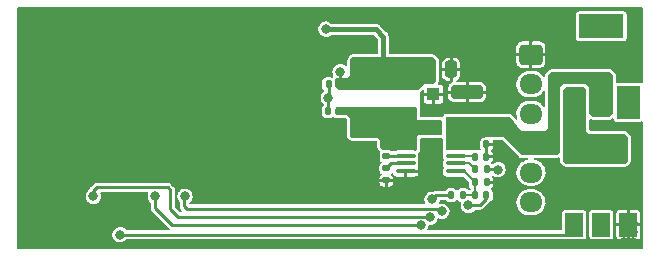
<source format=gbr>
%TF.GenerationSoftware,KiCad,Pcbnew,5.99.0-unknown-881cb3182b~117~ubuntu18.04.1*%
%TF.CreationDate,2021-02-21T21:18:57+01:00*%
%TF.ProjectId,stanislao_nrf,7374616e-6973-46c6-916f-5f6e72662e6b,rev?*%
%TF.SameCoordinates,Original*%
%TF.FileFunction,Copper,L1,Top*%
%TF.FilePolarity,Positive*%
%FSLAX46Y46*%
G04 Gerber Fmt 4.6, Leading zero omitted, Abs format (unit mm)*
G04 Created by KiCad (PCBNEW 5.99.0-unknown-881cb3182b~117~ubuntu18.04.1) date 2021-02-21 21:18:57*
%MOMM*%
%LPD*%
G01*
G04 APERTURE LIST*
G04 Aperture macros list*
%AMRoundRect*
0 Rectangle with rounded corners*
0 $1 Rounding radius*
0 $2 $3 $4 $5 $6 $7 $8 $9 X,Y pos of 4 corners*
0 Add a 4 corners polygon primitive as box body*
4,1,4,$2,$3,$4,$5,$6,$7,$8,$9,$2,$3,0*
0 Add four circle primitives for the rounded corners*
1,1,$1+$1,$2,$3*
1,1,$1+$1,$4,$5*
1,1,$1+$1,$6,$7*
1,1,$1+$1,$8,$9*
0 Add four rect primitives between the rounded corners*
20,1,$1+$1,$2,$3,$4,$5,0*
20,1,$1+$1,$4,$5,$6,$7,0*
20,1,$1+$1,$6,$7,$8,$9,0*
20,1,$1+$1,$8,$9,$2,$3,0*%
G04 Aperture macros list end*
%TA.AperFunction,SMDPad,CuDef*%
%ADD10RoundRect,0.250000X-0.250000X-0.475000X0.250000X-0.475000X0.250000X0.475000X-0.250000X0.475000X0*%
%TD*%
%TA.AperFunction,SMDPad,CuDef*%
%ADD11RoundRect,0.250000X1.100000X-0.325000X1.100000X0.325000X-1.100000X0.325000X-1.100000X-0.325000X0*%
%TD*%
%TA.AperFunction,SMDPad,CuDef*%
%ADD12RoundRect,0.140000X0.140000X0.170000X-0.140000X0.170000X-0.140000X-0.170000X0.140000X-0.170000X0*%
%TD*%
%TA.AperFunction,SMDPad,CuDef*%
%ADD13R,1.100000X1.100000*%
%TD*%
%TA.AperFunction,SMDPad,CuDef*%
%ADD14RoundRect,0.135000X-0.185000X0.135000X-0.185000X-0.135000X0.185000X-0.135000X0.185000X0.135000X0*%
%TD*%
%TA.AperFunction,SMDPad,CuDef*%
%ADD15R,5.500000X2.150000*%
%TD*%
%TA.AperFunction,SMDPad,CuDef*%
%ADD16RoundRect,0.135000X0.135000X0.185000X-0.135000X0.185000X-0.135000X-0.185000X0.135000X-0.185000X0*%
%TD*%
%TA.AperFunction,SMDPad,CuDef*%
%ADD17R,1.500000X2.000000*%
%TD*%
%TA.AperFunction,SMDPad,CuDef*%
%ADD18R,3.800000X2.000000*%
%TD*%
%TA.AperFunction,SMDPad,CuDef*%
%ADD19RoundRect,0.135000X-0.135000X-0.185000X0.135000X-0.185000X0.135000X0.185000X-0.135000X0.185000X0*%
%TD*%
%TA.AperFunction,SMDPad,CuDef*%
%ADD20RoundRect,0.140000X0.170000X-0.140000X0.170000X0.140000X-0.170000X0.140000X-0.170000X-0.140000X0*%
%TD*%
%TA.AperFunction,SMDPad,CuDef*%
%ADD21RoundRect,0.100000X-0.712500X-0.100000X0.712500X-0.100000X0.712500X0.100000X-0.712500X0.100000X0*%
%TD*%
%TA.AperFunction,SMDPad,CuDef*%
%ADD22RoundRect,0.140000X-0.140000X-0.170000X0.140000X-0.170000X0.140000X0.170000X-0.140000X0.170000X0*%
%TD*%
%TA.AperFunction,ComponentPad*%
%ADD23RoundRect,0.250000X-0.725000X0.600000X-0.725000X-0.600000X0.725000X-0.600000X0.725000X0.600000X0*%
%TD*%
%TA.AperFunction,ComponentPad*%
%ADD24O,1.950000X1.700000*%
%TD*%
%TA.AperFunction,ViaPad*%
%ADD25C,0.800000*%
%TD*%
%TA.AperFunction,Conductor*%
%ADD26C,0.254000*%
%TD*%
%TA.AperFunction,Conductor*%
%ADD27C,0.152400*%
%TD*%
%TA.AperFunction,Conductor*%
%ADD28C,0.406400*%
%TD*%
G04 APERTURE END LIST*
D10*
%TO.P,C6,1*%
%TO.N,Net-(C7-Pad2)*%
X86890000Y-65000000D03*
%TO.P,C6,2*%
%TO.N,GND*%
X88790000Y-65000000D03*
%TD*%
D11*
%TO.P,C1,1*%
%TO.N,/V_BATT*%
X90140000Y-69875000D03*
%TO.P,C1,2*%
%TO.N,GND*%
X90140000Y-66925000D03*
%TD*%
D12*
%TO.P,C3,1*%
%TO.N,GND*%
X91780000Y-72400000D03*
%TO.P,C3,2*%
%TO.N,Net-(C3-Pad2)*%
X90820000Y-72400000D03*
%TD*%
D13*
%TO.P,D1,1,K*%
%TO.N,Net-(C4-Pad2)*%
X87290000Y-69900000D03*
%TO.P,D1,2,A*%
%TO.N,GND*%
X87290000Y-67100000D03*
%TD*%
D14*
%TO.P,R2,1*%
%TO.N,Net-(R2-Pad1)*%
X83300000Y-73390000D03*
%TO.P,R2,2*%
%TO.N,GND*%
X83300000Y-74410000D03*
%TD*%
D15*
%TO.P,L1,1*%
%TO.N,Net-(C4-Pad2)*%
X83040000Y-69375000D03*
%TO.P,L1,2*%
%TO.N,Net-(C7-Pad2)*%
X83040000Y-65525000D03*
%TD*%
D16*
%TO.P,R1,1*%
%TO.N,/V_BATT*%
X91810000Y-73450000D03*
%TO.P,R1,2*%
%TO.N,Net-(R1-Pad2)*%
X90790000Y-73450000D03*
%TD*%
D17*
%TO.P,Q2,1,G*%
%TO.N,/P1.00*%
X99200000Y-78150000D03*
%TO.P,Q2,2,D*%
%TO.N,/BTS414ON_CTRL*%
X101500000Y-78150000D03*
D18*
X101500000Y-71850000D03*
D17*
%TO.P,Q2,3,S*%
%TO.N,GND*%
X103800000Y-78150000D03*
%TD*%
D19*
%TO.P,R3,1*%
%TO.N,Net-(C7-Pad2)*%
X88790000Y-75650000D03*
%TO.P,R3,2*%
%TO.N,Net-(C5-Pad2)*%
X89810000Y-75650000D03*
%TD*%
D20*
%TO.P,C4,1*%
%TO.N,Net-(C4-Pad1)*%
X83300000Y-72380000D03*
%TO.P,C4,2*%
%TO.N,Net-(C4-Pad2)*%
X83300000Y-71420000D03*
%TD*%
D17*
%TO.P,Q1,1,G*%
%TO.N,/BTS414ON_CTRL*%
X99200000Y-67650000D03*
%TO.P,Q1,2,D*%
%TO.N,/V_BATT*%
X101500000Y-67650000D03*
D18*
X101500000Y-61350000D03*
D17*
%TO.P,Q1,3,S*%
%TO.N,/TSDZ2_VIN*%
X103800000Y-67650000D03*
%TD*%
D16*
%TO.P,R5,1*%
%TO.N,Net-(C4-Pad2)*%
X79410000Y-68550000D03*
%TO.P,R5,2*%
%TO.N,Net-(C5-Pad1)*%
X78390000Y-68550000D03*
%TD*%
D19*
%TO.P,R4,1*%
%TO.N,Net-(C5-Pad2)*%
X90790000Y-74550000D03*
%TO.P,R4,2*%
%TO.N,GND*%
X91810000Y-74550000D03*
%TD*%
D21*
%TO.P,U2,1,SW*%
%TO.N,Net-(C4-Pad2)*%
X84937500Y-71675000D03*
%TO.P,U2,2,BST*%
%TO.N,Net-(C4-Pad1)*%
X84937500Y-72325000D03*
%TO.P,U2,3,RCL*%
%TO.N,Net-(R2-Pad1)*%
X84937500Y-72975000D03*
%TO.P,U2,4,RTN*%
%TO.N,GND*%
X84937500Y-73625000D03*
%TO.P,U2,5,FB*%
%TO.N,Net-(C5-Pad2)*%
X89162500Y-73625000D03*
%TO.P,U2,6,RON/SD*%
%TO.N,Net-(R1-Pad2)*%
X89162500Y-72975000D03*
%TO.P,U2,7,VCC*%
%TO.N,Net-(C3-Pad2)*%
X89162500Y-72325000D03*
%TO.P,U2,8,VIN*%
%TO.N,/V_BATT*%
X89162500Y-71675000D03*
%TD*%
D12*
%TO.P,C5,1*%
%TO.N,Net-(C5-Pad1)*%
X91780000Y-75650000D03*
%TO.P,C5,2*%
%TO.N,Net-(C5-Pad2)*%
X90820000Y-75650000D03*
%TD*%
D22*
%TO.P,C2,1*%
%TO.N,/V_BATT*%
X90820000Y-71350000D03*
%TO.P,C2,2*%
%TO.N,GND*%
X91780000Y-71350000D03*
%TD*%
%TO.P,C7,1*%
%TO.N,Net-(C5-Pad1)*%
X78420000Y-66250000D03*
%TO.P,C7,2*%
%TO.N,Net-(C7-Pad2)*%
X79380000Y-66250000D03*
%TD*%
D23*
%TO.P,J1,1,Pin_1*%
%TO.N,GND*%
X95550000Y-63750000D03*
D24*
%TO.P,J1,2,Pin_2*%
%TO.N,/TSDZ2_BRAKE_INPUT*%
X95550000Y-66250000D03*
%TO.P,J1,3,Pin_3*%
%TO.N,/TSDZ2_RX*%
X95550000Y-68750000D03*
%TO.P,J1,4,Pin_4*%
%TO.N,/V_BATT*%
X95550000Y-71250000D03*
%TO.P,J1,5,Pin_5*%
%TO.N,/TSDZ2_TX*%
X95550000Y-73750000D03*
%TO.P,J1,6,Pin_6*%
%TO.N,/TSDZ2_VIN*%
X95550000Y-76250000D03*
%TD*%
D25*
%TO.N,/TSDZ2_VIN*%
X103400000Y-67000000D03*
X104200000Y-68600000D03*
X103400000Y-68600000D03*
X104200000Y-67000000D03*
X103400000Y-67800000D03*
X104200000Y-67800000D03*
%TO.N,/TSDZ2_TX*%
X63750000Y-75750000D03*
X86200000Y-78200000D03*
%TO.N,/V_BATT*%
X92750000Y-73500000D03*
X92750000Y-70000000D03*
%TO.N,/TSDZ2_RX*%
X66250000Y-75750000D03*
X88000000Y-77023000D03*
%TO.N,/TSDZ2_BRAKE_INPUT*%
X87000000Y-77523000D03*
X58500000Y-75750000D03*
%TO.N,/P1.00*%
X60750000Y-79000000D03*
%TO.N,GND*%
X104200000Y-79600000D03*
X103400000Y-78800000D03*
X104200000Y-78000000D03*
X103400000Y-79600000D03*
X104200000Y-78800000D03*
X103400000Y-78000000D03*
%TO.N,Net-(C5-Pad1)*%
X78400000Y-67400000D03*
X90250000Y-76523000D03*
%TO.N,Net-(C7-Pad2)*%
X79400000Y-65200000D03*
X87185933Y-76014067D03*
X78200000Y-61600000D03*
%TD*%
D26*
%TO.N,/TSDZ2_TX*%
X65200000Y-78200000D02*
X63750000Y-76750000D01*
X65200000Y-78200000D02*
X64750000Y-77750000D01*
X86200000Y-78200000D02*
X65200000Y-78200000D01*
X63750000Y-76750000D02*
X63750000Y-75750000D01*
%TO.N,/V_BATT*%
X92625000Y-69875000D02*
X92750000Y-70000000D01*
X92700000Y-73450000D02*
X92750000Y-73500000D01*
X91810000Y-73450000D02*
X92700000Y-73450000D01*
X90140000Y-69875000D02*
X92625000Y-69875000D01*
%TO.N,/TSDZ2_RX*%
X88000000Y-77023000D02*
X87772989Y-76795989D01*
X87772989Y-76795989D02*
X86804011Y-76795989D01*
X66200000Y-76600000D02*
X66200000Y-75800000D01*
X66200000Y-75800000D02*
X66250000Y-75750000D01*
X66400000Y-76800000D02*
X66200000Y-76600000D01*
X86804011Y-76795989D02*
X86800000Y-76800000D01*
X86800000Y-76800000D02*
X66400000Y-76800000D01*
%TO.N,/TSDZ2_BRAKE_INPUT*%
X58800000Y-75000000D02*
X64800000Y-75000000D01*
X64800000Y-75000000D02*
X65000000Y-75200000D01*
X65000000Y-75200000D02*
X65000000Y-76800000D01*
X58500000Y-75750000D02*
X58500000Y-75300000D01*
X86949989Y-77472989D02*
X87000000Y-77523000D01*
X58500000Y-75300000D02*
X58800000Y-75000000D01*
X65672989Y-77472989D02*
X86949989Y-77472989D01*
X65000000Y-76800000D02*
X65672989Y-77472989D01*
X58800000Y-75000000D02*
X59250000Y-75000000D01*
X58500000Y-75750000D02*
X58575977Y-75750000D01*
%TO.N,/P1.00*%
X99200000Y-78150000D02*
X99200000Y-78300000D01*
X98500000Y-79000000D02*
X61500000Y-79000000D01*
X99200000Y-78300000D02*
X98500000Y-79000000D01*
X61500000Y-79000000D02*
X60750000Y-79000000D01*
%TO.N,Net-(C4-Pad1)*%
X83355000Y-72325000D02*
X83300000Y-72380000D01*
X84937500Y-72325000D02*
X83355000Y-72325000D01*
D27*
%TO.N,Net-(C5-Pad2)*%
X89162500Y-73625000D02*
X89865000Y-73625000D01*
X89810000Y-75650000D02*
X90820000Y-75650000D01*
X89810000Y-75650000D02*
X89890000Y-75650000D01*
X89890000Y-73650000D02*
X90790000Y-74550000D01*
X89865000Y-73625000D02*
X90790000Y-74550000D01*
X90820000Y-74580000D02*
X90790000Y-74550000D01*
X90820000Y-75650000D02*
X90820000Y-74580000D01*
%TO.N,Net-(C3-Pad2)*%
X89162500Y-72325000D02*
X90745000Y-72325000D01*
X90745000Y-72325000D02*
X90820000Y-72400000D01*
D26*
%TO.N,Net-(C5-Pad1)*%
X90273000Y-76500000D02*
X90250000Y-76523000D01*
X78390000Y-67410000D02*
X78400000Y-67400000D01*
X78420000Y-66250000D02*
X78420000Y-67380000D01*
X78420000Y-67380000D02*
X78400000Y-67400000D01*
X91780000Y-75960000D02*
X91240000Y-76500000D01*
X78390000Y-68550000D02*
X78390000Y-67410000D01*
X91780000Y-75650000D02*
X91780000Y-75960000D01*
X91240000Y-76500000D02*
X90273000Y-76500000D01*
D27*
%TO.N,Net-(R1-Pad2)*%
X89162500Y-72975000D02*
X90315000Y-72975000D01*
X90315000Y-72975000D02*
X90790000Y-73450000D01*
D26*
%TO.N,Net-(R2-Pad1)*%
X83715000Y-72975000D02*
X83300000Y-73390000D01*
X84937500Y-72975000D02*
X83715000Y-72975000D01*
%TO.N,Net-(C7-Pad2)*%
X87550000Y-75650000D02*
X87185933Y-76014067D01*
D28*
X83040000Y-62240000D02*
X83040000Y-65525000D01*
X78200000Y-61600000D02*
X82400000Y-61600000D01*
D26*
X79400000Y-66230000D02*
X79380000Y-66250000D01*
X79400000Y-65200000D02*
X79400000Y-66230000D01*
D28*
X82400000Y-61600000D02*
X83040000Y-62240000D01*
D26*
X88790000Y-75650000D02*
X87550000Y-75650000D01*
%TD*%
%TA.AperFunction,Conductor*%
%TO.N,/V_BATT*%
G36*
X91700000Y-70754826D02*
G01*
X91696812Y-70755986D01*
X91667046Y-70780964D01*
X91641324Y-70785500D01*
X91608431Y-70785500D01*
X91605515Y-70785962D01*
X91605513Y-70785962D01*
X91549815Y-70794784D01*
X91516548Y-70800053D01*
X91405180Y-70856798D01*
X91316798Y-70945180D01*
X91260053Y-71056548D01*
X91245500Y-71148431D01*
X91245500Y-71551569D01*
X91260053Y-71643452D01*
X91316798Y-71754820D01*
X91318881Y-71756903D01*
X91332687Y-71805044D01*
X91311765Y-71852037D01*
X91265532Y-71874588D01*
X91257670Y-71875000D01*
X91150468Y-71875000D01*
X91116328Y-71866804D01*
X91088726Y-71852740D01*
X91088725Y-71852740D01*
X91083452Y-71850053D01*
X91040197Y-71843202D01*
X90994487Y-71835962D01*
X90994485Y-71835962D01*
X90991569Y-71835500D01*
X90648431Y-71835500D01*
X90645515Y-71835962D01*
X90645513Y-71835962D01*
X90599803Y-71843202D01*
X90556548Y-71850053D01*
X90551275Y-71852740D01*
X90551274Y-71852740D01*
X90523672Y-71866804D01*
X90489532Y-71875000D01*
X89954933Y-71875000D01*
X89945508Y-71874407D01*
X89916931Y-71870797D01*
X89914580Y-71870500D01*
X88419960Y-71870500D01*
X88416903Y-71871009D01*
X88416901Y-71871009D01*
X88415533Y-71871237D01*
X88412547Y-71871734D01*
X88361978Y-71862317D01*
X88329292Y-71822597D01*
X88325000Y-71797555D01*
X88325000Y-69075200D01*
X88342593Y-69026862D01*
X88387142Y-69001142D01*
X88400200Y-69000000D01*
X91700000Y-69000000D01*
X91700000Y-70754826D01*
G37*
%TD.AperFunction*%
%TD*%
%TA.AperFunction,Conductor*%
%TO.N,/BTS414ON_CTRL*%
G36*
X100017190Y-66517593D02*
G01*
X100022026Y-66522026D01*
X100227974Y-66727974D01*
X100249714Y-66774594D01*
X100250000Y-66781148D01*
X100250000Y-70250000D01*
X100500000Y-70500000D01*
X103468852Y-70500000D01*
X103517190Y-70517593D01*
X103522026Y-70522026D01*
X103727974Y-70727974D01*
X103749714Y-70774594D01*
X103750000Y-70781148D01*
X103750000Y-72718852D01*
X103732407Y-72767190D01*
X103727974Y-72772026D01*
X103522026Y-72977974D01*
X103475406Y-72999714D01*
X103468852Y-73000000D01*
X98531148Y-73000000D01*
X98482810Y-72982407D01*
X98477974Y-72977974D01*
X98272026Y-72772026D01*
X98250286Y-72725406D01*
X98250000Y-72718852D01*
X98250000Y-66781148D01*
X98267593Y-66732810D01*
X98272026Y-66727974D01*
X98477974Y-66522026D01*
X98524594Y-66500286D01*
X98531148Y-66500000D01*
X99968852Y-66500000D01*
X100017190Y-66517593D01*
G37*
%TD.AperFunction*%
%TD*%
%TA.AperFunction,Conductor*%
%TO.N,/V_BATT*%
G36*
X102267190Y-65267593D02*
G01*
X102272026Y-65272026D01*
X102477974Y-65477974D01*
X102499714Y-65524594D01*
X102500000Y-65531148D01*
X102500000Y-68718852D01*
X102482407Y-68767190D01*
X102477974Y-68772026D01*
X102272026Y-68977974D01*
X102225406Y-68999714D01*
X102218852Y-69000000D01*
X100781148Y-69000000D01*
X100732810Y-68982407D01*
X100727974Y-68977974D01*
X100522026Y-68772026D01*
X100500286Y-68725406D01*
X100500000Y-68718852D01*
X100500000Y-66500000D01*
X100250000Y-66250000D01*
X98250000Y-66250000D01*
X98000000Y-66500000D01*
X98000000Y-71968852D01*
X97982407Y-72017190D01*
X97977974Y-72022026D01*
X97772026Y-72227974D01*
X97725406Y-72249714D01*
X97718852Y-72250000D01*
X94781148Y-72250000D01*
X94750000Y-72238663D01*
X94750000Y-70250000D01*
X96750000Y-70250000D01*
X97000000Y-70000000D01*
X97000000Y-65531148D01*
X97017593Y-65482810D01*
X97022026Y-65477974D01*
X97227974Y-65272026D01*
X97274594Y-65250286D01*
X97281148Y-65250000D01*
X102218852Y-65250000D01*
X102267190Y-65267593D01*
G37*
%TD.AperFunction*%
%TD*%
%TA.AperFunction,Conductor*%
%TO.N,/V_BATT*%
G36*
X93762195Y-69017593D02*
G01*
X93772578Y-69028223D01*
X94750000Y-70250000D01*
X96500000Y-70250000D01*
X96750000Y-70500000D01*
X96750000Y-72000000D01*
X96500000Y-72250000D01*
X94781148Y-72250000D01*
X94732810Y-72232407D01*
X94727974Y-72227974D01*
X93250000Y-70750000D01*
X90500000Y-70750000D01*
X90500000Y-69000000D01*
X93713857Y-69000000D01*
X93762195Y-69017593D01*
G37*
%TD.AperFunction*%
%TD*%
%TA.AperFunction,Conductor*%
%TO.N,Net-(C4-Pad2)*%
G36*
X85817190Y-68217593D02*
G01*
X85822026Y-68222026D01*
X85877974Y-68277974D01*
X85899714Y-68324594D01*
X85900000Y-68331148D01*
X85900000Y-69200000D01*
X86000000Y-69300000D01*
X87868852Y-69300000D01*
X87917190Y-69317593D01*
X87922026Y-69322026D01*
X87977974Y-69377974D01*
X87999714Y-69424594D01*
X88000000Y-69431148D01*
X88000000Y-70468852D01*
X87982407Y-70517190D01*
X87977974Y-70522026D01*
X87922026Y-70577974D01*
X87875406Y-70599714D01*
X87868852Y-70600000D01*
X86000000Y-70600000D01*
X85900000Y-70700000D01*
X85900000Y-71768852D01*
X85882407Y-71817190D01*
X85877974Y-71822026D01*
X85833959Y-71866041D01*
X85787339Y-71887781D01*
X85750381Y-71881647D01*
X85739404Y-71876794D01*
X85689580Y-71870500D01*
X84194960Y-71870500D01*
X84191903Y-71871009D01*
X84191901Y-71871009D01*
X84157145Y-71876794D01*
X84108552Y-71884882D01*
X84097247Y-71890982D01*
X84061539Y-71900000D01*
X83689907Y-71900000D01*
X83655767Y-71891804D01*
X83626308Y-71876794D01*
X83593452Y-71860053D01*
X83560185Y-71854784D01*
X83504487Y-71845962D01*
X83504485Y-71845962D01*
X83501569Y-71845500D01*
X83098431Y-71845500D01*
X83090577Y-71846744D01*
X83040084Y-71836926D01*
X83025643Y-71825643D01*
X82822026Y-71622026D01*
X82800286Y-71575406D01*
X82800000Y-71568852D01*
X82800000Y-71000000D01*
X82600000Y-70800000D01*
X80431148Y-70800000D01*
X80382810Y-70782407D01*
X80377974Y-70777974D01*
X80222026Y-70622026D01*
X80200286Y-70575406D01*
X80200000Y-70568852D01*
X80200000Y-69100000D01*
X80000000Y-68900000D01*
X79131148Y-68900000D01*
X79082810Y-68882407D01*
X79077974Y-68877974D01*
X79022026Y-68822026D01*
X79000286Y-68775406D01*
X79000000Y-68768852D01*
X79000000Y-68331148D01*
X79017593Y-68282810D01*
X79022026Y-68277974D01*
X79077974Y-68222026D01*
X79124594Y-68200286D01*
X79131148Y-68200000D01*
X85768852Y-68200000D01*
X85817190Y-68217593D01*
G37*
%TD.AperFunction*%
%TD*%
%TA.AperFunction,Conductor*%
%TO.N,GND*%
G36*
X104969138Y-59771593D02*
G01*
X104994858Y-59816142D01*
X104996000Y-59829200D01*
X104996000Y-66127836D01*
X104978407Y-66176174D01*
X104933858Y-66201894D01*
X104881789Y-66192126D01*
X104863169Y-66180827D01*
X104863165Y-66180825D01*
X104860009Y-66178910D01*
X104856536Y-66177646D01*
X104856534Y-66177645D01*
X104832706Y-66168973D01*
X104811671Y-66161317D01*
X104808440Y-66160747D01*
X104808439Y-66160747D01*
X104728030Y-66146569D01*
X104728024Y-66146568D01*
X104724800Y-66146000D01*
X102875200Y-66146000D01*
X102853071Y-66146966D01*
X102852246Y-66147038D01*
X102852233Y-66147039D01*
X102840411Y-66148073D01*
X102840393Y-66148075D01*
X102840013Y-66148108D01*
X102839636Y-66148149D01*
X102839588Y-66148154D01*
X102837392Y-66148395D01*
X102787426Y-66136172D01*
X102757006Y-66094691D01*
X102754000Y-66073643D01*
X102754000Y-65531148D01*
X102753759Y-65520075D01*
X102753473Y-65513521D01*
X102729915Y-65417246D01*
X102708175Y-65370626D01*
X102706295Y-65367941D01*
X102659457Y-65301050D01*
X102659453Y-65301045D01*
X102657579Y-65298369D01*
X102451631Y-65092421D01*
X102443660Y-65084789D01*
X102438824Y-65080356D01*
X102354061Y-65028910D01*
X102305723Y-65011317D01*
X102302492Y-65010747D01*
X102302491Y-65010747D01*
X102222082Y-64996569D01*
X102222076Y-64996568D01*
X102218852Y-64996000D01*
X97281148Y-64996000D01*
X97280793Y-64996008D01*
X97280767Y-64996008D01*
X97275829Y-64996116D01*
X97270075Y-64996241D01*
X97269702Y-64996257D01*
X97269679Y-64996258D01*
X97267208Y-64996366D01*
X97267207Y-64996366D01*
X97263521Y-64996527D01*
X97215384Y-65008306D01*
X97170833Y-65019207D01*
X97170830Y-65019208D01*
X97167246Y-65020085D01*
X97120626Y-65041825D01*
X97117942Y-65043705D01*
X97117941Y-65043705D01*
X97051050Y-65090543D01*
X97051045Y-65090547D01*
X97048369Y-65092421D01*
X96842421Y-65298369D01*
X96834789Y-65306340D01*
X96830356Y-65311176D01*
X96828440Y-65314332D01*
X96828439Y-65314334D01*
X96803095Y-65356092D01*
X96778910Y-65395939D01*
X96761317Y-65444277D01*
X96760747Y-65447508D01*
X96760747Y-65447509D01*
X96746569Y-65527918D01*
X96746568Y-65527924D01*
X96746000Y-65531148D01*
X96746000Y-65614852D01*
X96728407Y-65663190D01*
X96683858Y-65688910D01*
X96633200Y-65679977D01*
X96609464Y-65658361D01*
X96584192Y-65622733D01*
X96514886Y-65525030D01*
X96509297Y-65519679D01*
X96428964Y-65442778D01*
X96362645Y-65379291D01*
X96185592Y-65264969D01*
X95990115Y-65186190D01*
X95783268Y-65145795D01*
X95780563Y-65145663D01*
X95780557Y-65145662D01*
X95778143Y-65145544D01*
X95778128Y-65145544D01*
X95777236Y-65145500D01*
X95372594Y-65145500D01*
X95370813Y-65145670D01*
X95370811Y-65145670D01*
X95218758Y-65160177D01*
X95218754Y-65160178D01*
X95215199Y-65160517D01*
X95211771Y-65161523D01*
X95211769Y-65161523D01*
X95130022Y-65185505D01*
X95012967Y-65219845D01*
X95009780Y-65221486D01*
X95009781Y-65221486D01*
X94829506Y-65314334D01*
X94825603Y-65316344D01*
X94659867Y-65446531D01*
X94657524Y-65449231D01*
X94657521Y-65449234D01*
X94589145Y-65528031D01*
X94521739Y-65605710D01*
X94416203Y-65788136D01*
X94347066Y-65987228D01*
X94346553Y-65990768D01*
X94346552Y-65990771D01*
X94324792Y-66140853D01*
X94316825Y-66195801D01*
X94326569Y-66406330D01*
X94375947Y-66611218D01*
X94377427Y-66614473D01*
X94377428Y-66614476D01*
X94459017Y-66793920D01*
X94463178Y-66803072D01*
X94465248Y-66805990D01*
X94465249Y-66805992D01*
X94573658Y-66958820D01*
X94585114Y-66974970D01*
X94587695Y-66977441D01*
X94587697Y-66977443D01*
X94599439Y-66988683D01*
X94737355Y-67120709D01*
X94914408Y-67235031D01*
X95109885Y-67313810D01*
X95316732Y-67354205D01*
X95319437Y-67354337D01*
X95319443Y-67354338D01*
X95321857Y-67354456D01*
X95321872Y-67354456D01*
X95322764Y-67354500D01*
X95727406Y-67354500D01*
X95729187Y-67354330D01*
X95729189Y-67354330D01*
X95881242Y-67339823D01*
X95881246Y-67339822D01*
X95884801Y-67339483D01*
X95888229Y-67338477D01*
X95888231Y-67338477D01*
X95976870Y-67312473D01*
X96087033Y-67280155D01*
X96172786Y-67235989D01*
X96271217Y-67185294D01*
X96271218Y-67185293D01*
X96274397Y-67183656D01*
X96440133Y-67053469D01*
X96467794Y-67021593D01*
X96522265Y-66958820D01*
X96578261Y-66894290D01*
X96605708Y-66846846D01*
X96645142Y-66813816D01*
X96696582Y-66813861D01*
X96735958Y-66846960D01*
X96746000Y-66884503D01*
X96746000Y-68114852D01*
X96728407Y-68163190D01*
X96683858Y-68188910D01*
X96633200Y-68179977D01*
X96609464Y-68158361D01*
X96588587Y-68128929D01*
X96514886Y-68025030D01*
X96482164Y-67993705D01*
X96432582Y-67946241D01*
X96362645Y-67879291D01*
X96185592Y-67764969D01*
X95990115Y-67686190D01*
X95783268Y-67645795D01*
X95780563Y-67645663D01*
X95780557Y-67645662D01*
X95778143Y-67645544D01*
X95778128Y-67645544D01*
X95777236Y-67645500D01*
X95372594Y-67645500D01*
X95370813Y-67645670D01*
X95370811Y-67645670D01*
X95218758Y-67660177D01*
X95218754Y-67660178D01*
X95215199Y-67660517D01*
X95211771Y-67661523D01*
X95211769Y-67661523D01*
X95164777Y-67675309D01*
X95012967Y-67719845D01*
X95009780Y-67721486D01*
X95009781Y-67721486D01*
X94925354Y-67764969D01*
X94825603Y-67816344D01*
X94659867Y-67946531D01*
X94657524Y-67949231D01*
X94657521Y-67949234D01*
X94588032Y-68029314D01*
X94521739Y-68105710D01*
X94416203Y-68288136D01*
X94347066Y-68487228D01*
X94316825Y-68695801D01*
X94326569Y-68906330D01*
X94327407Y-68909807D01*
X94361186Y-69049967D01*
X94375947Y-69111218D01*
X94377427Y-69114473D01*
X94377428Y-69114476D01*
X94404959Y-69175027D01*
X94408950Y-69226312D01*
X94379042Y-69268164D01*
X94329230Y-69280999D01*
X94282820Y-69258813D01*
X94277782Y-69253129D01*
X94256329Y-69226312D01*
X93970919Y-68869550D01*
X93954282Y-68850741D01*
X93943899Y-68840111D01*
X93933793Y-68830323D01*
X93849066Y-68778910D01*
X93845593Y-68777646D01*
X93845591Y-68777645D01*
X93831068Y-68772359D01*
X93800728Y-68761317D01*
X93797497Y-68760747D01*
X93797496Y-68760747D01*
X93717087Y-68746569D01*
X93717081Y-68746568D01*
X93713857Y-68746000D01*
X88400200Y-68746000D01*
X88378071Y-68746966D01*
X88377246Y-68747038D01*
X88377233Y-68747039D01*
X88365411Y-68748073D01*
X88365395Y-68748075D01*
X88365013Y-68748108D01*
X88353990Y-68749315D01*
X88260143Y-68781171D01*
X88215594Y-68806891D01*
X88155323Y-68855264D01*
X88103910Y-68939991D01*
X88086317Y-68988329D01*
X88083972Y-69001631D01*
X88081910Y-69013323D01*
X88056189Y-69057871D01*
X88007852Y-69075464D01*
X87982133Y-69070929D01*
X87977016Y-69069067D01*
X87955723Y-69061317D01*
X87952492Y-69060747D01*
X87952491Y-69060747D01*
X87872082Y-69046569D01*
X87872076Y-69046568D01*
X87868852Y-69046000D01*
X86229200Y-69046000D01*
X86180862Y-69028407D01*
X86155142Y-68983858D01*
X86154000Y-68970800D01*
X86154000Y-68331148D01*
X86153759Y-68320075D01*
X86153473Y-68313521D01*
X86138547Y-68252523D01*
X86146046Y-68200000D01*
X86150000Y-68200000D01*
X86150000Y-67236069D01*
X86481000Y-67236069D01*
X86481000Y-67646304D01*
X86481721Y-67653625D01*
X86499270Y-67741852D01*
X86504829Y-67755272D01*
X86552747Y-67826987D01*
X86563013Y-67837253D01*
X86634728Y-67885171D01*
X86648148Y-67890730D01*
X86736375Y-67908279D01*
X86743696Y-67909000D01*
X87149741Y-67909000D01*
X87159898Y-67905303D01*
X87163000Y-67899931D01*
X87163000Y-67240259D01*
X87161475Y-67236069D01*
X87417000Y-67236069D01*
X87417000Y-67895741D01*
X87420697Y-67905898D01*
X87426069Y-67909000D01*
X87836304Y-67909000D01*
X87843625Y-67908279D01*
X87931852Y-67890730D01*
X87945272Y-67885171D01*
X88016987Y-67837253D01*
X88027253Y-67826987D01*
X88075171Y-67755272D01*
X88080730Y-67741852D01*
X88098279Y-67653625D01*
X88099000Y-67646304D01*
X88099000Y-67240259D01*
X88095303Y-67230102D01*
X88089931Y-67227000D01*
X87430259Y-67227000D01*
X87420102Y-67230697D01*
X87417000Y-67236069D01*
X87161475Y-67236069D01*
X87159303Y-67230102D01*
X87153931Y-67227000D01*
X86494259Y-67227000D01*
X86484102Y-67230697D01*
X86481000Y-67236069D01*
X86150000Y-67236069D01*
X86150000Y-67061069D01*
X88536000Y-67061069D01*
X88536000Y-67282242D01*
X88536378Y-67287554D01*
X88550700Y-67387562D01*
X88553675Y-67397733D01*
X88608973Y-67519354D01*
X88614691Y-67528295D01*
X88701901Y-67629508D01*
X88709887Y-67636475D01*
X88822006Y-67709147D01*
X88831629Y-67713593D01*
X88960861Y-67752241D01*
X88968830Y-67753711D01*
X88971328Y-67753897D01*
X88974109Y-67754000D01*
X89999741Y-67754000D01*
X90009898Y-67750303D01*
X90013000Y-67744931D01*
X90013000Y-67065259D01*
X90011475Y-67061069D01*
X90267000Y-67061069D01*
X90267000Y-67740741D01*
X90270697Y-67750898D01*
X90276069Y-67754000D01*
X91272242Y-67754000D01*
X91277554Y-67753622D01*
X91377562Y-67739300D01*
X91387733Y-67736325D01*
X91509354Y-67681027D01*
X91518295Y-67675309D01*
X91619508Y-67588099D01*
X91626475Y-67580113D01*
X91699147Y-67467994D01*
X91703593Y-67458371D01*
X91742241Y-67329139D01*
X91743711Y-67321170D01*
X91743897Y-67318672D01*
X91744000Y-67315891D01*
X91744000Y-67065259D01*
X91740303Y-67055102D01*
X91734931Y-67052000D01*
X90280259Y-67052000D01*
X90270102Y-67055697D01*
X90267000Y-67061069D01*
X90011475Y-67061069D01*
X90009303Y-67055102D01*
X90003931Y-67052000D01*
X88549259Y-67052000D01*
X88539102Y-67055697D01*
X88536000Y-67061069D01*
X86150000Y-67061069D01*
X86150000Y-66982878D01*
X86167593Y-66934540D01*
X86182067Y-66921278D01*
X86190340Y-66915485D01*
X86201631Y-66907579D01*
X86352626Y-66756584D01*
X86399246Y-66734844D01*
X86448933Y-66748158D01*
X86478438Y-66790295D01*
X86481000Y-66809758D01*
X86481000Y-66959741D01*
X86484697Y-66969898D01*
X86490069Y-66973000D01*
X88085741Y-66973000D01*
X88095898Y-66969303D01*
X88099000Y-66963931D01*
X88099000Y-66553696D01*
X88098279Y-66546375D01*
X88095839Y-66534109D01*
X88536000Y-66534109D01*
X88536000Y-66784741D01*
X88539697Y-66794898D01*
X88545069Y-66798000D01*
X89999741Y-66798000D01*
X90009898Y-66794303D01*
X90013000Y-66788931D01*
X90013000Y-66109259D01*
X90011475Y-66105069D01*
X90267000Y-66105069D01*
X90267000Y-66784741D01*
X90270697Y-66794898D01*
X90276069Y-66798000D01*
X91730741Y-66798000D01*
X91740898Y-66794303D01*
X91744000Y-66788931D01*
X91744000Y-66567758D01*
X91743622Y-66562446D01*
X91729300Y-66462438D01*
X91726325Y-66452267D01*
X91671027Y-66330646D01*
X91665309Y-66321705D01*
X91578099Y-66220492D01*
X91570113Y-66213525D01*
X91457994Y-66140853D01*
X91448371Y-66136407D01*
X91319139Y-66097759D01*
X91311170Y-66096289D01*
X91308672Y-66096103D01*
X91305891Y-66096000D01*
X90280259Y-66096000D01*
X90270102Y-66099697D01*
X90267000Y-66105069D01*
X90011475Y-66105069D01*
X90009303Y-66099102D01*
X90003931Y-66096000D01*
X89238610Y-66096000D01*
X89190272Y-66078407D01*
X89164552Y-66033858D01*
X89173485Y-65983200D01*
X89207485Y-65952344D01*
X89309354Y-65906027D01*
X89318295Y-65900309D01*
X89419508Y-65813099D01*
X89426475Y-65805113D01*
X89499147Y-65692994D01*
X89503593Y-65683371D01*
X89542241Y-65554139D01*
X89543711Y-65546170D01*
X89543897Y-65543672D01*
X89544000Y-65540891D01*
X89544000Y-65140259D01*
X89540303Y-65130102D01*
X89534931Y-65127000D01*
X88930259Y-65127000D01*
X88920102Y-65130697D01*
X88917000Y-65136069D01*
X88917000Y-65965741D01*
X88922066Y-65979660D01*
X88950294Y-66013299D01*
X88950296Y-66064739D01*
X88917232Y-66104145D01*
X88900741Y-66111197D01*
X88892264Y-66113676D01*
X88770646Y-66168973D01*
X88761705Y-66174691D01*
X88660492Y-66261901D01*
X88653525Y-66269887D01*
X88580853Y-66382006D01*
X88576407Y-66391629D01*
X88537759Y-66520861D01*
X88536289Y-66528830D01*
X88536103Y-66531328D01*
X88536000Y-66534109D01*
X88095839Y-66534109D01*
X88080730Y-66458148D01*
X88075171Y-66444728D01*
X88027253Y-66373013D01*
X88016987Y-66362747D01*
X87945272Y-66314829D01*
X87931852Y-66309270D01*
X87843625Y-66291721D01*
X87836304Y-66291000D01*
X87741239Y-66291000D01*
X87692901Y-66273407D01*
X87667181Y-66228858D01*
X87676953Y-66176783D01*
X87719168Y-66107229D01*
X87719171Y-66107223D01*
X87721090Y-66104061D01*
X87738683Y-66055723D01*
X87746163Y-66013299D01*
X87753431Y-65972082D01*
X87753432Y-65972076D01*
X87754000Y-65968852D01*
X87754000Y-65136069D01*
X88036000Y-65136069D01*
X88036000Y-65507242D01*
X88036378Y-65512554D01*
X88050700Y-65612562D01*
X88053675Y-65622733D01*
X88108973Y-65744354D01*
X88114691Y-65753295D01*
X88201901Y-65854508D01*
X88209887Y-65861475D01*
X88322006Y-65934147D01*
X88331629Y-65938593D01*
X88460861Y-65977241D01*
X88468830Y-65978711D01*
X88471328Y-65978897D01*
X88474109Y-65979000D01*
X88649741Y-65979000D01*
X88659898Y-65975303D01*
X88663000Y-65969931D01*
X88663000Y-65140259D01*
X88659303Y-65130102D01*
X88653931Y-65127000D01*
X88049259Y-65127000D01*
X88039102Y-65130697D01*
X88036000Y-65136069D01*
X87754000Y-65136069D01*
X87754000Y-64459109D01*
X88036000Y-64459109D01*
X88036000Y-64859741D01*
X88039697Y-64869898D01*
X88045069Y-64873000D01*
X88649741Y-64873000D01*
X88659898Y-64869303D01*
X88663000Y-64863931D01*
X88663000Y-64034259D01*
X88661475Y-64030069D01*
X88917000Y-64030069D01*
X88917000Y-64859741D01*
X88920697Y-64869898D01*
X88926069Y-64873000D01*
X89530741Y-64873000D01*
X89540898Y-64869303D01*
X89544000Y-64863931D01*
X89544000Y-64492758D01*
X89543622Y-64487446D01*
X89529300Y-64387438D01*
X89526325Y-64377267D01*
X89471027Y-64255646D01*
X89465309Y-64246705D01*
X89378099Y-64145492D01*
X89370113Y-64138525D01*
X89257994Y-64065853D01*
X89248371Y-64061407D01*
X89119139Y-64022759D01*
X89111170Y-64021289D01*
X89108672Y-64021103D01*
X89105891Y-64021000D01*
X88930259Y-64021000D01*
X88920102Y-64024697D01*
X88917000Y-64030069D01*
X88661475Y-64030069D01*
X88659303Y-64024102D01*
X88653931Y-64021000D01*
X88507758Y-64021000D01*
X88502446Y-64021378D01*
X88402438Y-64035700D01*
X88392267Y-64038675D01*
X88270646Y-64093973D01*
X88261705Y-64099691D01*
X88160492Y-64186901D01*
X88153525Y-64194887D01*
X88080853Y-64307006D01*
X88076407Y-64316629D01*
X88037759Y-64445861D01*
X88036289Y-64453830D01*
X88036103Y-64456328D01*
X88036000Y-64459109D01*
X87754000Y-64459109D01*
X87754000Y-64281148D01*
X87753759Y-64270075D01*
X87753473Y-64263521D01*
X87736679Y-64194887D01*
X87730793Y-64170833D01*
X87730792Y-64170830D01*
X87729915Y-64167246D01*
X87708175Y-64120626D01*
X87666709Y-64061407D01*
X87659457Y-64051050D01*
X87659453Y-64051045D01*
X87657579Y-64048369D01*
X87495279Y-63886069D01*
X94321000Y-63886069D01*
X94321000Y-64382242D01*
X94321378Y-64387554D01*
X94335700Y-64487562D01*
X94338675Y-64497733D01*
X94393973Y-64619354D01*
X94399691Y-64628295D01*
X94486901Y-64729508D01*
X94494887Y-64736475D01*
X94607006Y-64809147D01*
X94616629Y-64813593D01*
X94745861Y-64852241D01*
X94753830Y-64853711D01*
X94756328Y-64853897D01*
X94759109Y-64854000D01*
X95409741Y-64854000D01*
X95419898Y-64850303D01*
X95423000Y-64844931D01*
X95423000Y-63890259D01*
X95421475Y-63886069D01*
X95677000Y-63886069D01*
X95677000Y-64840741D01*
X95680697Y-64850898D01*
X95686069Y-64854000D01*
X96307242Y-64854000D01*
X96312554Y-64853622D01*
X96412562Y-64839300D01*
X96422733Y-64836325D01*
X96544354Y-64781027D01*
X96553295Y-64775309D01*
X96654508Y-64688099D01*
X96661475Y-64680113D01*
X96734147Y-64567994D01*
X96738593Y-64558371D01*
X96777241Y-64429139D01*
X96778711Y-64421170D01*
X96778897Y-64418672D01*
X96779000Y-64415891D01*
X96779000Y-63890259D01*
X96775303Y-63880102D01*
X96769931Y-63877000D01*
X95690259Y-63877000D01*
X95680102Y-63880697D01*
X95677000Y-63886069D01*
X95421475Y-63886069D01*
X95419303Y-63880102D01*
X95413931Y-63877000D01*
X94334259Y-63877000D01*
X94324102Y-63880697D01*
X94321000Y-63886069D01*
X87495279Y-63886069D01*
X87451631Y-63842421D01*
X87443660Y-63834789D01*
X87438824Y-63830356D01*
X87424665Y-63821762D01*
X87357224Y-63780830D01*
X87354061Y-63778910D01*
X87305723Y-63761317D01*
X87302492Y-63760747D01*
X87302491Y-63760747D01*
X87222082Y-63746569D01*
X87222076Y-63746568D01*
X87218852Y-63746000D01*
X83572900Y-63746000D01*
X83524562Y-63728407D01*
X83498842Y-63683858D01*
X83497700Y-63670800D01*
X83497700Y-63084109D01*
X94321000Y-63084109D01*
X94321000Y-63609741D01*
X94324697Y-63619898D01*
X94330069Y-63623000D01*
X95409741Y-63623000D01*
X95419898Y-63619303D01*
X95423000Y-63613931D01*
X95423000Y-62659259D01*
X95421475Y-62655069D01*
X95677000Y-62655069D01*
X95677000Y-63609741D01*
X95680697Y-63619898D01*
X95686069Y-63623000D01*
X96765741Y-63623000D01*
X96775898Y-63619303D01*
X96779000Y-63613931D01*
X96779000Y-63117758D01*
X96778622Y-63112446D01*
X96764300Y-63012438D01*
X96761325Y-63002267D01*
X96706027Y-62880646D01*
X96700309Y-62871705D01*
X96613099Y-62770492D01*
X96605113Y-62763525D01*
X96492994Y-62690853D01*
X96483371Y-62686407D01*
X96354139Y-62647759D01*
X96346170Y-62646289D01*
X96343672Y-62646103D01*
X96340891Y-62646000D01*
X95690259Y-62646000D01*
X95680102Y-62649697D01*
X95677000Y-62655069D01*
X95421475Y-62655069D01*
X95419303Y-62649102D01*
X95413931Y-62646000D01*
X94792758Y-62646000D01*
X94787446Y-62646378D01*
X94687438Y-62660700D01*
X94677267Y-62663675D01*
X94555646Y-62718973D01*
X94546705Y-62724691D01*
X94445492Y-62811901D01*
X94438525Y-62819887D01*
X94365853Y-62932006D01*
X94361407Y-62941629D01*
X94322759Y-63070861D01*
X94321289Y-63078830D01*
X94321103Y-63081328D01*
X94321000Y-63084109D01*
X83497700Y-63084109D01*
X83497700Y-62270221D01*
X83498221Y-62261382D01*
X83501811Y-62231049D01*
X83502472Y-62225466D01*
X83491611Y-62165996D01*
X83491226Y-62163684D01*
X83489743Y-62153822D01*
X83482245Y-62103948D01*
X83479886Y-62099036D01*
X83479797Y-62098670D01*
X83479689Y-62098355D01*
X83478964Y-62096122D01*
X83478877Y-62095840D01*
X83478734Y-62095492D01*
X83477754Y-62090124D01*
X83449887Y-62036478D01*
X83448856Y-62034415D01*
X83425124Y-61984992D01*
X83425123Y-61984990D01*
X83422690Y-61979924D01*
X83418989Y-61975920D01*
X83418444Y-61975007D01*
X83416310Y-61971840D01*
X83414332Y-61968032D01*
X83408563Y-61961277D01*
X83368489Y-61921203D01*
X83366442Y-61919075D01*
X83333116Y-61883023D01*
X83329300Y-61878895D01*
X83324439Y-61876072D01*
X83322227Y-61874300D01*
X83316069Y-61868784D01*
X82745016Y-61297730D01*
X82739135Y-61291113D01*
X82720218Y-61267118D01*
X82716740Y-61262706D01*
X82712117Y-61259511D01*
X82712115Y-61259509D01*
X82667011Y-61228335D01*
X82665089Y-61226962D01*
X82621035Y-61194423D01*
X82621033Y-61194422D01*
X82616511Y-61191082D01*
X82611365Y-61189275D01*
X82611050Y-61189084D01*
X82610751Y-61188937D01*
X82608650Y-61187866D01*
X82608384Y-61187725D01*
X82608045Y-61187583D01*
X82603560Y-61184483D01*
X82598202Y-61182789D01*
X82598201Y-61182788D01*
X82545939Y-61166260D01*
X82543698Y-61165512D01*
X82492004Y-61147358D01*
X82492002Y-61147358D01*
X82486701Y-61145496D01*
X82481253Y-61145282D01*
X82480220Y-61145021D01*
X82476474Y-61144291D01*
X82472382Y-61142997D01*
X82468105Y-61142660D01*
X82468103Y-61142660D01*
X82465004Y-61142416D01*
X82464996Y-61142416D01*
X82463526Y-61142300D01*
X82406843Y-61142300D01*
X82403890Y-61142242D01*
X82403617Y-61142231D01*
X82349226Y-61140094D01*
X82343789Y-61141536D01*
X82340977Y-61141846D01*
X82332724Y-61142300D01*
X78700285Y-61142300D01*
X78652351Y-61125043D01*
X78557019Y-61046178D01*
X78553378Y-61043166D01*
X78403797Y-60972778D01*
X78399149Y-60971891D01*
X78399148Y-60971891D01*
X78246060Y-60942688D01*
X78241410Y-60941801D01*
X78236688Y-60942098D01*
X78236687Y-60942098D01*
X78081139Y-60951885D01*
X78081137Y-60951885D01*
X78076422Y-60952182D01*
X78015764Y-60971891D01*
X77923703Y-61001803D01*
X77923699Y-61001805D01*
X77919199Y-61003267D01*
X77779619Y-61091847D01*
X77666453Y-61212356D01*
X77586812Y-61357222D01*
X77545700Y-61517343D01*
X77545700Y-61682657D01*
X77586812Y-61842778D01*
X77666453Y-61987644D01*
X77669695Y-61991096D01*
X77762689Y-62090124D01*
X77779619Y-62108153D01*
X77919199Y-62196733D01*
X77923699Y-62198195D01*
X77923703Y-62198197D01*
X77990607Y-62219935D01*
X78076422Y-62247818D01*
X78081137Y-62248115D01*
X78081139Y-62248115D01*
X78236687Y-62257902D01*
X78236688Y-62257902D01*
X78241410Y-62258199D01*
X78246060Y-62257312D01*
X78399148Y-62228109D01*
X78399149Y-62228109D01*
X78403797Y-62227222D01*
X78553378Y-62156834D01*
X78609157Y-62110690D01*
X78652351Y-62074957D01*
X78700285Y-62057700D01*
X82179266Y-62057700D01*
X82227604Y-62075293D01*
X82232441Y-62079726D01*
X82560275Y-62407561D01*
X82582014Y-62454181D01*
X82582300Y-62460735D01*
X82582300Y-63670800D01*
X82564707Y-63719138D01*
X82520158Y-63744858D01*
X82507100Y-63746000D01*
X80421476Y-63746000D01*
X80419559Y-63746197D01*
X80419553Y-63746197D01*
X80391153Y-63749111D01*
X80369893Y-63751293D01*
X80339985Y-63757496D01*
X80300809Y-63768971D01*
X80216933Y-63821762D01*
X80214249Y-63824303D01*
X80214248Y-63824304D01*
X80195410Y-63842141D01*
X80179580Y-63857129D01*
X80127030Y-63927978D01*
X80125564Y-63930911D01*
X80031731Y-64118575D01*
X80031728Y-64118582D01*
X80030754Y-64120530D01*
X80030009Y-64122586D01*
X80011479Y-64173708D01*
X80011476Y-64173717D01*
X80010734Y-64175765D01*
X80002795Y-64209395D01*
X79996000Y-64267752D01*
X79996000Y-64684072D01*
X79978407Y-64732410D01*
X79933858Y-64758130D01*
X79883200Y-64749197D01*
X79872866Y-64742015D01*
X79866170Y-64736475D01*
X79753378Y-64643166D01*
X79603797Y-64572778D01*
X79599149Y-64571891D01*
X79599148Y-64571891D01*
X79446060Y-64542688D01*
X79441410Y-64541801D01*
X79436688Y-64542098D01*
X79436687Y-64542098D01*
X79281139Y-64551885D01*
X79281137Y-64551885D01*
X79276422Y-64552182D01*
X79227758Y-64567994D01*
X79123703Y-64601803D01*
X79123699Y-64601805D01*
X79119199Y-64603267D01*
X78979619Y-64691847D01*
X78866453Y-64812356D01*
X78786812Y-64957222D01*
X78785635Y-64961807D01*
X78785634Y-64961809D01*
X78770271Y-65021646D01*
X78745700Y-65117343D01*
X78745700Y-65282657D01*
X78753833Y-65314334D01*
X78780257Y-65417246D01*
X78786812Y-65442778D01*
X78821315Y-65505540D01*
X78833680Y-65528031D01*
X78841550Y-65578866D01*
X78828954Y-65604433D01*
X78830323Y-65605264D01*
X78787923Y-65675138D01*
X78747806Y-65707336D01*
X78696378Y-65706214D01*
X78689493Y-65703131D01*
X78688726Y-65702740D01*
X78688725Y-65702740D01*
X78683452Y-65700053D01*
X78613099Y-65688910D01*
X78594487Y-65685962D01*
X78594485Y-65685962D01*
X78591569Y-65685500D01*
X78248431Y-65685500D01*
X78245515Y-65685962D01*
X78245513Y-65685962D01*
X78226901Y-65688910D01*
X78156548Y-65700053D01*
X78096949Y-65730420D01*
X78069603Y-65744354D01*
X78045180Y-65756798D01*
X77956798Y-65845180D01*
X77900053Y-65956548D01*
X77885500Y-66048431D01*
X77885500Y-66451569D01*
X77900053Y-66543452D01*
X77956798Y-66654820D01*
X78016474Y-66714496D01*
X78038214Y-66761116D01*
X78038500Y-66767670D01*
X78038500Y-66813139D01*
X78020907Y-66861477D01*
X78003594Y-66876632D01*
X77979619Y-66891847D01*
X77976379Y-66895297D01*
X77976378Y-66895298D01*
X77942791Y-66931065D01*
X77866453Y-67012356D01*
X77786812Y-67157222D01*
X77745700Y-67317343D01*
X77745700Y-67482657D01*
X77746878Y-67487244D01*
X77785194Y-67636475D01*
X77786812Y-67642778D01*
X77866453Y-67787644D01*
X77869695Y-67791096D01*
X77963258Y-67890730D01*
X77979619Y-67908153D01*
X77981663Y-67909450D01*
X78007265Y-67953087D01*
X78008500Y-67966662D01*
X78008500Y-68029314D01*
X77990907Y-68077652D01*
X77986474Y-68082488D01*
X77935843Y-68133119D01*
X77879808Y-68243093D01*
X77878882Y-68248940D01*
X77867548Y-68320503D01*
X77865500Y-68333431D01*
X77865500Y-68766569D01*
X77865962Y-68769485D01*
X77865962Y-68769487D01*
X77867625Y-68779984D01*
X77879808Y-68856907D01*
X77935843Y-68966881D01*
X78023119Y-69054157D01*
X78028395Y-69056845D01*
X78028396Y-69056846D01*
X78057276Y-69071561D01*
X78133093Y-69110192D01*
X78138940Y-69111118D01*
X78220513Y-69124038D01*
X78220515Y-69124038D01*
X78223431Y-69124500D01*
X78556569Y-69124500D01*
X78559485Y-69124038D01*
X78559487Y-69124038D01*
X78641060Y-69111118D01*
X78646907Y-69110192D01*
X78722724Y-69071561D01*
X78751604Y-69056846D01*
X78751605Y-69056845D01*
X78756881Y-69054157D01*
X78772740Y-69038298D01*
X78819360Y-69016558D01*
X78869047Y-69029872D01*
X78879088Y-69038298D01*
X78898369Y-69057579D01*
X78898643Y-69057841D01*
X78898661Y-69057859D01*
X78902273Y-69061317D01*
X78906340Y-69065211D01*
X78911176Y-69069644D01*
X78914332Y-69071560D01*
X78914334Y-69071561D01*
X78956092Y-69096905D01*
X78995939Y-69121090D01*
X79044277Y-69138683D01*
X79047508Y-69139253D01*
X79047509Y-69139253D01*
X79127918Y-69153431D01*
X79127924Y-69153432D01*
X79131148Y-69154000D01*
X79863642Y-69154000D01*
X79911980Y-69171593D01*
X79916816Y-69176026D01*
X79923974Y-69183184D01*
X79945714Y-69229804D01*
X79946000Y-69236358D01*
X79946000Y-70568852D01*
X79946241Y-70579925D01*
X79946527Y-70586479D01*
X79970085Y-70682754D01*
X79991825Y-70729374D01*
X79993705Y-70732058D01*
X79993705Y-70732059D01*
X80040543Y-70798950D01*
X80040547Y-70798955D01*
X80042421Y-70801631D01*
X80198369Y-70957579D01*
X80206340Y-70965211D01*
X80211176Y-70969644D01*
X80295939Y-71021090D01*
X80344277Y-71038683D01*
X80347508Y-71039253D01*
X80347509Y-71039253D01*
X80427918Y-71053431D01*
X80427924Y-71053432D01*
X80431148Y-71054000D01*
X82463642Y-71054000D01*
X82511980Y-71071593D01*
X82516816Y-71076026D01*
X82523974Y-71083184D01*
X82545714Y-71129804D01*
X82546000Y-71136358D01*
X82546000Y-71568852D01*
X82546241Y-71579925D01*
X82546527Y-71586479D01*
X82570085Y-71682754D01*
X82591825Y-71729374D01*
X82593705Y-71732058D01*
X82593705Y-71732059D01*
X82640543Y-71798950D01*
X82640547Y-71798955D01*
X82642421Y-71801631D01*
X82781386Y-71940596D01*
X82803126Y-71987216D01*
X82795216Y-72027910D01*
X82757018Y-72102878D01*
X82750053Y-72116548D01*
X82749127Y-72122395D01*
X82737634Y-72194960D01*
X82735500Y-72208431D01*
X82735500Y-72551569D01*
X82750053Y-72643452D01*
X82806798Y-72754820D01*
X82882296Y-72830318D01*
X82904036Y-72876938D01*
X82890722Y-72926625D01*
X82882296Y-72936666D01*
X82795843Y-73023119D01*
X82793155Y-73028395D01*
X82793154Y-73028396D01*
X82769908Y-73074020D01*
X82739808Y-73133093D01*
X82735709Y-73158973D01*
X82729700Y-73196916D01*
X82725500Y-73223431D01*
X82725500Y-73556569D01*
X82725962Y-73559485D01*
X82725962Y-73559487D01*
X82735167Y-73617603D01*
X82739808Y-73646907D01*
X82795843Y-73756881D01*
X82883119Y-73844157D01*
X82882097Y-73845179D01*
X82907011Y-73882124D01*
X82901629Y-73933281D01*
X82882839Y-73955673D01*
X82883413Y-73956247D01*
X82800437Y-74039223D01*
X82793558Y-74048690D01*
X82742971Y-74147974D01*
X82739358Y-74159094D01*
X82726462Y-74240514D01*
X82726000Y-74246386D01*
X82726000Y-74269741D01*
X82729697Y-74279898D01*
X82735069Y-74283000D01*
X83860741Y-74283000D01*
X83870898Y-74279303D01*
X83874000Y-74273931D01*
X83874000Y-74246386D01*
X83873538Y-74240514D01*
X83860642Y-74159094D01*
X83857029Y-74147974D01*
X83806442Y-74048690D01*
X83799563Y-74039223D01*
X83716587Y-73956247D01*
X83717699Y-73955135D01*
X83692990Y-73918499D01*
X83698369Y-73867341D01*
X83717392Y-73844668D01*
X83716881Y-73844157D01*
X83758659Y-73802379D01*
X83805279Y-73780639D01*
X83854966Y-73793953D01*
X83882979Y-73831195D01*
X83888307Y-73846757D01*
X83938383Y-73939565D01*
X83945897Y-73949252D01*
X84023335Y-74020834D01*
X84033588Y-74027569D01*
X84130713Y-74070507D01*
X84141153Y-74073407D01*
X84183071Y-74078703D01*
X84187792Y-74079000D01*
X84797241Y-74079000D01*
X84807398Y-74075303D01*
X84810500Y-74069931D01*
X84810500Y-73761069D01*
X85064500Y-73761069D01*
X85064500Y-74065741D01*
X85068197Y-74075898D01*
X85073569Y-74079000D01*
X85676936Y-74079000D01*
X85683099Y-74078491D01*
X85760158Y-74065665D01*
X85771754Y-74061695D01*
X85864565Y-74011617D01*
X85874252Y-74004103D01*
X85945834Y-73926665D01*
X85952569Y-73916412D01*
X85995507Y-73819287D01*
X85998407Y-73808847D01*
X86003703Y-73766929D01*
X86003836Y-73764809D01*
X86000303Y-73755102D01*
X85994931Y-73752000D01*
X85077759Y-73752000D01*
X85067602Y-73755697D01*
X85064500Y-73761069D01*
X84810500Y-73761069D01*
X84810500Y-73573200D01*
X84828093Y-73524862D01*
X84872642Y-73499142D01*
X84885700Y-73498000D01*
X85990741Y-73498000D01*
X86000898Y-73494303D01*
X86003221Y-73490280D01*
X85990665Y-73414842D01*
X85986695Y-73403246D01*
X85952348Y-73339590D01*
X85944878Y-73288695D01*
X85951448Y-73272805D01*
X85950473Y-73272374D01*
X85995992Y-73169412D01*
X85998206Y-73164404D01*
X86004500Y-73114580D01*
X86004500Y-72844960D01*
X86003816Y-72840847D01*
X85991138Y-72764680D01*
X85990118Y-72758552D01*
X85974886Y-72730321D01*
X85952655Y-72689121D01*
X85945185Y-72638227D01*
X85951551Y-72622851D01*
X85950473Y-72622374D01*
X85995992Y-72519412D01*
X85998206Y-72514404D01*
X86004500Y-72464580D01*
X86004500Y-72194960D01*
X85990799Y-72112643D01*
X86000218Y-72062072D01*
X86013874Y-72045956D01*
X86013564Y-72045646D01*
X86057579Y-72001631D01*
X86065211Y-71993660D01*
X86069644Y-71988824D01*
X86071605Y-71985594D01*
X86119170Y-71907224D01*
X86121090Y-71904061D01*
X86138683Y-71855723D01*
X86139253Y-71852491D01*
X86153431Y-71772082D01*
X86153432Y-71772076D01*
X86154000Y-71768852D01*
X86154000Y-70929200D01*
X86171593Y-70880862D01*
X86216142Y-70855142D01*
X86229200Y-70854000D01*
X87868852Y-70854000D01*
X87869207Y-70853992D01*
X87869233Y-70853992D01*
X87874171Y-70853884D01*
X87879925Y-70853759D01*
X87880298Y-70853743D01*
X87880321Y-70853742D01*
X87882792Y-70853634D01*
X87882793Y-70853634D01*
X87886479Y-70853473D01*
X87977927Y-70831096D01*
X88029060Y-70836696D01*
X88064631Y-70873854D01*
X88071000Y-70904141D01*
X88071000Y-71797555D01*
X88074650Y-71840463D01*
X88074921Y-71842044D01*
X88074922Y-71842052D01*
X88078315Y-71861849D01*
X88078942Y-71865505D01*
X88086328Y-71896653D01*
X88131823Y-71981498D01*
X88131824Y-71981500D01*
X88133162Y-71983994D01*
X88132523Y-71984337D01*
X88144061Y-72031207D01*
X88138076Y-72053528D01*
X88101794Y-72135596D01*
X88095500Y-72185420D01*
X88095500Y-72455040D01*
X88096009Y-72458097D01*
X88096009Y-72458099D01*
X88108862Y-72535320D01*
X88109882Y-72541448D01*
X88143897Y-72604488D01*
X88147345Y-72610879D01*
X88154815Y-72661773D01*
X88148449Y-72677149D01*
X88149527Y-72677626D01*
X88101794Y-72785596D01*
X88095500Y-72835420D01*
X88095500Y-73105040D01*
X88096009Y-73108097D01*
X88096009Y-73108099D01*
X88100169Y-73133093D01*
X88109882Y-73191448D01*
X88112831Y-73196914D01*
X88112832Y-73196916D01*
X88147345Y-73260879D01*
X88154815Y-73311773D01*
X88148449Y-73327149D01*
X88149527Y-73327626D01*
X88101794Y-73435596D01*
X88095500Y-73485420D01*
X88095500Y-73755040D01*
X88109882Y-73841448D01*
X88112831Y-73846914D01*
X88112832Y-73846916D01*
X88159432Y-73933281D01*
X88165939Y-73945340D01*
X88252626Y-74025473D01*
X88360596Y-74073206D01*
X88410420Y-74079500D01*
X89820670Y-74079500D01*
X89869008Y-74097093D01*
X89873844Y-74101525D01*
X90108531Y-74336211D01*
X90243474Y-74471154D01*
X90265214Y-74517775D01*
X90265500Y-74524329D01*
X90265500Y-74766569D01*
X90279808Y-74856907D01*
X90309908Y-74915980D01*
X90326412Y-74948371D01*
X90335843Y-74966881D01*
X90423119Y-75054157D01*
X90425586Y-75055414D01*
X90453542Y-75096866D01*
X90448163Y-75148024D01*
X90433749Y-75168229D01*
X90369682Y-75232296D01*
X90323062Y-75254036D01*
X90273375Y-75240722D01*
X90263334Y-75232296D01*
X90176881Y-75145843D01*
X90066907Y-75089808D01*
X90021037Y-75082543D01*
X89979487Y-75075962D01*
X89979485Y-75075962D01*
X89976569Y-75075500D01*
X89643431Y-75075500D01*
X89640515Y-75075962D01*
X89640513Y-75075962D01*
X89598963Y-75082543D01*
X89553093Y-75089808D01*
X89443119Y-75145843D01*
X89355843Y-75233119D01*
X89354691Y-75231967D01*
X89318187Y-75256586D01*
X89267030Y-75251205D01*
X89244759Y-75232517D01*
X89244157Y-75233119D01*
X89156881Y-75145843D01*
X89046907Y-75089808D01*
X89001037Y-75082543D01*
X88959487Y-75075962D01*
X88959485Y-75075962D01*
X88956569Y-75075500D01*
X88623431Y-75075500D01*
X88620515Y-75075962D01*
X88620513Y-75075962D01*
X88578963Y-75082543D01*
X88533093Y-75089808D01*
X88423119Y-75145843D01*
X88335843Y-75233119D01*
X88333508Y-75237702D01*
X88291158Y-75266266D01*
X88272966Y-75268500D01*
X87597438Y-75268500D01*
X87581611Y-75266816D01*
X87574283Y-75265238D01*
X87574281Y-75265238D01*
X87568206Y-75263930D01*
X87543820Y-75266816D01*
X87533992Y-75267979D01*
X87525154Y-75268500D01*
X87519960Y-75268500D01*
X87498021Y-75272152D01*
X87494522Y-75272650D01*
X87442169Y-75278846D01*
X87436568Y-75281535D01*
X87434022Y-75282275D01*
X87433731Y-75282341D01*
X87433441Y-75282460D01*
X87430938Y-75283317D01*
X87424806Y-75284338D01*
X87419333Y-75287291D01*
X87378440Y-75309355D01*
X87375285Y-75310963D01*
X87327760Y-75333785D01*
X87321062Y-75339416D01*
X87320805Y-75339673D01*
X87318241Y-75341837D01*
X87313111Y-75344605D01*
X87311165Y-75346710D01*
X87263718Y-75361946D01*
X87252513Y-75360669D01*
X87231995Y-75356755D01*
X87231992Y-75356755D01*
X87227343Y-75355868D01*
X87222621Y-75356165D01*
X87222620Y-75356165D01*
X87067072Y-75365952D01*
X87067070Y-75365952D01*
X87062355Y-75366249D01*
X87014596Y-75381767D01*
X86909636Y-75415870D01*
X86909632Y-75415872D01*
X86905132Y-75417334D01*
X86765552Y-75505914D01*
X86762312Y-75509364D01*
X86762311Y-75509365D01*
X86714196Y-75560603D01*
X86652386Y-75626423D01*
X86572745Y-75771289D01*
X86571568Y-75775874D01*
X86571567Y-75775876D01*
X86558204Y-75827923D01*
X86531633Y-75931410D01*
X86531633Y-76096724D01*
X86546379Y-76154157D01*
X86568673Y-76240984D01*
X86572745Y-76256845D01*
X86575024Y-76260990D01*
X86575025Y-76260993D01*
X86576975Y-76264540D01*
X86599604Y-76305700D01*
X86600358Y-76307072D01*
X86608228Y-76357906D01*
X86581581Y-76401906D01*
X86534460Y-76418500D01*
X66677273Y-76418500D01*
X66628935Y-76400907D01*
X66603215Y-76356358D01*
X66612148Y-76305700D01*
X66629339Y-76285357D01*
X66632396Y-76282828D01*
X66730755Y-76201459D01*
X66827924Y-76067717D01*
X66829666Y-76063318D01*
X66887040Y-75918409D01*
X66887041Y-75918407D01*
X66888781Y-75914011D01*
X66896301Y-75854487D01*
X66908907Y-75754694D01*
X66909500Y-75750000D01*
X66891664Y-75608807D01*
X66889374Y-75590681D01*
X66889373Y-75590679D01*
X66888781Y-75585989D01*
X66864646Y-75525030D01*
X66829666Y-75436682D01*
X66829665Y-75436680D01*
X66827924Y-75432283D01*
X66730755Y-75298541D01*
X66603378Y-75193166D01*
X66453797Y-75122778D01*
X66449149Y-75121891D01*
X66449148Y-75121891D01*
X66296060Y-75092688D01*
X66291410Y-75091801D01*
X66286688Y-75092098D01*
X66286687Y-75092098D01*
X66131139Y-75101885D01*
X66131137Y-75101885D01*
X66126422Y-75102182D01*
X66063776Y-75122537D01*
X65973703Y-75151803D01*
X65973699Y-75151805D01*
X65969199Y-75153267D01*
X65829619Y-75241847D01*
X65826380Y-75245296D01*
X65826378Y-75245298D01*
X65800886Y-75272444D01*
X65716453Y-75362356D01*
X65714172Y-75366505D01*
X65707354Y-75378907D01*
X65636812Y-75507222D01*
X65635635Y-75511807D01*
X65635634Y-75511809D01*
X65631490Y-75527948D01*
X65595700Y-75667343D01*
X65595700Y-75832657D01*
X65636812Y-75992778D01*
X65716453Y-76137644D01*
X65798118Y-76224608D01*
X65818500Y-76276086D01*
X65818500Y-76552560D01*
X65816816Y-76568386D01*
X65815238Y-76575714D01*
X65815238Y-76575718D01*
X65813930Y-76581793D01*
X65816194Y-76600923D01*
X65817979Y-76616007D01*
X65818500Y-76624845D01*
X65818500Y-76630040D01*
X65819010Y-76633103D01*
X65819010Y-76633106D01*
X65822153Y-76651994D01*
X65822652Y-76655499D01*
X65828846Y-76707830D01*
X65831538Y-76713437D01*
X65832276Y-76715976D01*
X65832344Y-76716275D01*
X65832462Y-76716563D01*
X65833317Y-76719060D01*
X65834338Y-76725194D01*
X65859384Y-76771612D01*
X65860955Y-76774696D01*
X65883785Y-76822239D01*
X65889415Y-76828938D01*
X65889682Y-76829205D01*
X65891837Y-76831760D01*
X65894605Y-76836889D01*
X65899166Y-76841105D01*
X65930049Y-76869653D01*
X65932177Y-76871700D01*
X66023592Y-76963115D01*
X66045332Y-77009735D01*
X66032018Y-77059422D01*
X65989881Y-77088927D01*
X65970418Y-77091489D01*
X65862160Y-77091489D01*
X65813822Y-77073896D01*
X65808986Y-77069463D01*
X65403526Y-76664003D01*
X65381786Y-76617383D01*
X65381500Y-76610829D01*
X65381500Y-75247444D01*
X65383184Y-75231617D01*
X65384763Y-75224284D01*
X65384763Y-75224282D01*
X65386071Y-75218207D01*
X65382021Y-75183988D01*
X65381500Y-75175149D01*
X65381500Y-75169960D01*
X65377849Y-75148024D01*
X65377350Y-75144523D01*
X65371885Y-75098343D01*
X65371884Y-75098341D01*
X65371154Y-75092170D01*
X65368463Y-75086565D01*
X65367724Y-75084023D01*
X65367655Y-75083722D01*
X65367538Y-75083435D01*
X65366682Y-75080935D01*
X65365662Y-75074806D01*
X65362714Y-75069342D01*
X65362712Y-75069337D01*
X65340637Y-75028426D01*
X65339028Y-75025268D01*
X65318263Y-74982023D01*
X65318261Y-74982020D01*
X65316216Y-74977761D01*
X65313174Y-74974142D01*
X65311628Y-74972302D01*
X65311620Y-74972293D01*
X65310585Y-74971062D01*
X65310323Y-74970800D01*
X65308163Y-74968240D01*
X65305395Y-74963111D01*
X65269951Y-74930347D01*
X65267823Y-74928300D01*
X65103308Y-74763785D01*
X65093308Y-74751404D01*
X65089240Y-74745105D01*
X65085867Y-74739881D01*
X65080986Y-74736033D01*
X65080984Y-74736031D01*
X65058813Y-74718553D01*
X65052195Y-74712672D01*
X65048520Y-74708997D01*
X65030417Y-74696061D01*
X65027581Y-74693932D01*
X65014547Y-74683656D01*
X64986198Y-74661307D01*
X64980332Y-74659247D01*
X64978023Y-74657978D01*
X64977755Y-74657809D01*
X64977463Y-74657687D01*
X64975095Y-74656527D01*
X64970037Y-74652912D01*
X64919525Y-74637806D01*
X64916189Y-74636722D01*
X64866451Y-74619255D01*
X64857733Y-74618500D01*
X64857373Y-74618500D01*
X64854026Y-74618217D01*
X64848441Y-74616547D01*
X64842230Y-74616791D01*
X64842229Y-74616791D01*
X64800213Y-74618442D01*
X64797260Y-74618500D01*
X58847440Y-74618500D01*
X58831614Y-74616816D01*
X58824286Y-74615238D01*
X58824282Y-74615238D01*
X58818207Y-74613930D01*
X58793821Y-74616816D01*
X58783993Y-74617979D01*
X58775155Y-74618500D01*
X58769960Y-74618500D01*
X58766897Y-74619010D01*
X58766894Y-74619010D01*
X58748006Y-74622153D01*
X58744501Y-74622652D01*
X58698344Y-74628115D01*
X58698342Y-74628115D01*
X58692170Y-74628846D01*
X58686563Y-74631538D01*
X58684024Y-74632276D01*
X58683725Y-74632344D01*
X58683437Y-74632462D01*
X58680940Y-74633317D01*
X58674806Y-74634338D01*
X58628388Y-74659384D01*
X58625304Y-74660955D01*
X58577761Y-74683785D01*
X58571062Y-74689415D01*
X58570795Y-74689682D01*
X58568240Y-74691837D01*
X58563111Y-74694605D01*
X58558895Y-74699166D01*
X58530347Y-74730049D01*
X58528300Y-74732177D01*
X58263785Y-74996692D01*
X58251404Y-75006692D01*
X58246728Y-75009712D01*
X58239881Y-75014133D01*
X58236033Y-75019014D01*
X58236031Y-75019016D01*
X58218553Y-75041187D01*
X58212672Y-75047805D01*
X58208997Y-75051480D01*
X58207190Y-75054009D01*
X58207189Y-75054010D01*
X58196061Y-75069583D01*
X58193933Y-75072418D01*
X58161307Y-75113802D01*
X58159247Y-75119668D01*
X58157978Y-75121977D01*
X58157809Y-75122245D01*
X58157687Y-75122537D01*
X58156527Y-75124905D01*
X58152912Y-75129963D01*
X58151131Y-75135919D01*
X58137812Y-75180452D01*
X58136717Y-75183823D01*
X58135511Y-75187257D01*
X58104853Y-75225832D01*
X58083617Y-75239309D01*
X58083613Y-75239313D01*
X58079619Y-75241847D01*
X58076381Y-75245295D01*
X58076380Y-75245296D01*
X58050886Y-75272444D01*
X57966453Y-75362356D01*
X57964172Y-75366505D01*
X57957354Y-75378907D01*
X57886812Y-75507222D01*
X57885635Y-75511807D01*
X57885634Y-75511809D01*
X57881490Y-75527948D01*
X57845700Y-75667343D01*
X57845700Y-75832657D01*
X57886812Y-75992778D01*
X57966453Y-76137644D01*
X57978025Y-76149967D01*
X58068082Y-76245867D01*
X58079619Y-76258153D01*
X58219199Y-76346733D01*
X58223699Y-76348195D01*
X58223703Y-76348197D01*
X58274806Y-76364801D01*
X58376422Y-76397818D01*
X58381137Y-76398115D01*
X58381139Y-76398115D01*
X58536687Y-76407902D01*
X58536688Y-76407902D01*
X58541410Y-76408199D01*
X58574399Y-76401906D01*
X58699148Y-76378109D01*
X58699149Y-76378109D01*
X58703797Y-76377222D01*
X58853378Y-76306834D01*
X58980755Y-76201459D01*
X59077924Y-76067717D01*
X59079666Y-76063318D01*
X59137040Y-75918409D01*
X59137041Y-75918407D01*
X59138781Y-75914011D01*
X59146301Y-75854487D01*
X59158907Y-75754694D01*
X59159500Y-75750000D01*
X59141664Y-75608807D01*
X59139374Y-75590681D01*
X59139373Y-75590679D01*
X59138781Y-75585989D01*
X59114646Y-75525030D01*
X59098552Y-75484383D01*
X59097115Y-75432963D01*
X59129067Y-75392650D01*
X59168471Y-75381500D01*
X63078772Y-75381500D01*
X63127110Y-75399093D01*
X63152830Y-75443642D01*
X63144671Y-75492926D01*
X63136812Y-75507222D01*
X63135635Y-75511807D01*
X63135634Y-75511809D01*
X63131490Y-75527948D01*
X63095700Y-75667343D01*
X63095700Y-75832657D01*
X63136812Y-75992778D01*
X63216453Y-76137644D01*
X63228025Y-76149967D01*
X63318082Y-76245867D01*
X63329619Y-76258153D01*
X63333617Y-76260690D01*
X63337260Y-76263704D01*
X63336568Y-76264540D01*
X63364979Y-76301428D01*
X63368500Y-76324169D01*
X63368500Y-76702560D01*
X63366816Y-76718386D01*
X63365238Y-76725714D01*
X63365238Y-76725718D01*
X63363930Y-76731793D01*
X63364661Y-76737967D01*
X63367979Y-76766007D01*
X63368500Y-76774845D01*
X63368500Y-76780040D01*
X63369010Y-76783103D01*
X63369010Y-76783106D01*
X63372153Y-76801994D01*
X63372652Y-76805499D01*
X63378115Y-76851656D01*
X63378846Y-76857830D01*
X63381538Y-76863437D01*
X63382276Y-76865976D01*
X63382344Y-76866275D01*
X63382462Y-76866563D01*
X63383317Y-76869060D01*
X63384338Y-76875194D01*
X63409384Y-76921612D01*
X63410955Y-76924696D01*
X63433785Y-76972239D01*
X63436826Y-76975857D01*
X63436827Y-76975859D01*
X63437513Y-76976675D01*
X63439415Y-76978938D01*
X63439682Y-76979205D01*
X63441837Y-76981760D01*
X63444605Y-76986889D01*
X63449166Y-76991105D01*
X63480049Y-77019653D01*
X63482177Y-77021700D01*
X64896692Y-78436215D01*
X64906692Y-78448596D01*
X64909712Y-78453272D01*
X64914133Y-78460119D01*
X64919014Y-78463967D01*
X64919016Y-78463969D01*
X64941187Y-78481447D01*
X64947805Y-78487328D01*
X64950603Y-78490126D01*
X64972343Y-78536746D01*
X64959029Y-78586433D01*
X64916892Y-78615938D01*
X64897429Y-78618500D01*
X61319899Y-78618500D01*
X61271561Y-78600907D01*
X61259061Y-78587501D01*
X61233539Y-78552373D01*
X61230755Y-78548541D01*
X61103378Y-78443166D01*
X60953797Y-78372778D01*
X60949149Y-78371891D01*
X60949148Y-78371891D01*
X60796060Y-78342688D01*
X60791410Y-78341801D01*
X60786688Y-78342098D01*
X60786687Y-78342098D01*
X60631139Y-78351885D01*
X60631137Y-78351885D01*
X60626422Y-78352182D01*
X60576481Y-78368409D01*
X60473703Y-78401803D01*
X60473699Y-78401805D01*
X60469199Y-78403267D01*
X60329619Y-78491847D01*
X60216453Y-78612356D01*
X60136812Y-78757222D01*
X60095700Y-78917343D01*
X60095700Y-79082657D01*
X60136812Y-79242778D01*
X60216453Y-79387644D01*
X60329619Y-79508153D01*
X60469199Y-79596733D01*
X60473699Y-79598195D01*
X60473703Y-79598197D01*
X60551328Y-79623419D01*
X60626422Y-79647818D01*
X60631137Y-79648115D01*
X60631139Y-79648115D01*
X60786687Y-79657902D01*
X60786688Y-79657902D01*
X60791410Y-79658199D01*
X60796060Y-79657312D01*
X60949148Y-79628109D01*
X60949149Y-79628109D01*
X60953797Y-79627222D01*
X61103378Y-79556834D01*
X61230755Y-79451459D01*
X61259061Y-79412499D01*
X61301706Y-79383734D01*
X61319899Y-79381500D01*
X98319602Y-79381500D01*
X98346300Y-79386811D01*
X98350694Y-79389747D01*
X98357956Y-79391191D01*
X98357957Y-79391192D01*
X98446375Y-79408779D01*
X98450000Y-79409500D01*
X99950000Y-79409500D01*
X99953625Y-79408779D01*
X100042043Y-79391192D01*
X100042044Y-79391191D01*
X100049306Y-79389747D01*
X100055464Y-79385633D01*
X100055465Y-79385632D01*
X100127337Y-79337608D01*
X100133494Y-79333494D01*
X100189747Y-79249306D01*
X100209500Y-79150000D01*
X100209500Y-77150000D01*
X100490500Y-77150000D01*
X100490500Y-79150000D01*
X100510253Y-79249306D01*
X100566506Y-79333494D01*
X100572663Y-79337608D01*
X100644535Y-79385632D01*
X100644536Y-79385633D01*
X100650694Y-79389747D01*
X100657956Y-79391191D01*
X100657957Y-79391192D01*
X100746375Y-79408779D01*
X100750000Y-79409500D01*
X102250000Y-79409500D01*
X102253625Y-79408779D01*
X102342043Y-79391192D01*
X102342044Y-79391191D01*
X102349306Y-79389747D01*
X102355464Y-79385633D01*
X102355465Y-79385632D01*
X102427337Y-79337608D01*
X102433494Y-79333494D01*
X102489747Y-79249306D01*
X102509500Y-79150000D01*
X102509500Y-78286069D01*
X102791000Y-78286069D01*
X102791000Y-79146304D01*
X102791721Y-79153625D01*
X102809270Y-79241852D01*
X102814829Y-79255272D01*
X102862747Y-79326987D01*
X102873013Y-79337253D01*
X102944728Y-79385171D01*
X102958148Y-79390730D01*
X103046375Y-79408279D01*
X103053696Y-79409000D01*
X103659741Y-79409000D01*
X103669898Y-79405303D01*
X103673000Y-79399931D01*
X103673000Y-78290259D01*
X103671475Y-78286069D01*
X103927000Y-78286069D01*
X103927000Y-79395741D01*
X103930697Y-79405898D01*
X103936069Y-79409000D01*
X104546304Y-79409000D01*
X104553625Y-79408279D01*
X104641852Y-79390730D01*
X104655272Y-79385171D01*
X104726987Y-79337253D01*
X104737253Y-79326987D01*
X104785171Y-79255272D01*
X104790730Y-79241852D01*
X104808279Y-79153625D01*
X104809000Y-79146304D01*
X104809000Y-78290259D01*
X104805303Y-78280102D01*
X104799931Y-78277000D01*
X103940259Y-78277000D01*
X103930102Y-78280697D01*
X103927000Y-78286069D01*
X103671475Y-78286069D01*
X103669303Y-78280102D01*
X103663931Y-78277000D01*
X102804259Y-78277000D01*
X102794102Y-78280697D01*
X102791000Y-78286069D01*
X102509500Y-78286069D01*
X102509500Y-77153696D01*
X102791000Y-77153696D01*
X102791000Y-78009741D01*
X102794697Y-78019898D01*
X102800069Y-78023000D01*
X103659741Y-78023000D01*
X103669898Y-78019303D01*
X103673000Y-78013931D01*
X103673000Y-76904259D01*
X103671475Y-76900069D01*
X103927000Y-76900069D01*
X103927000Y-78009741D01*
X103930697Y-78019898D01*
X103936069Y-78023000D01*
X104795741Y-78023000D01*
X104805898Y-78019303D01*
X104809000Y-78013931D01*
X104809000Y-77153696D01*
X104808279Y-77146375D01*
X104790730Y-77058148D01*
X104785171Y-77044728D01*
X104737253Y-76973013D01*
X104726987Y-76962747D01*
X104655272Y-76914829D01*
X104641852Y-76909270D01*
X104553625Y-76891721D01*
X104546304Y-76891000D01*
X103940259Y-76891000D01*
X103930102Y-76894697D01*
X103927000Y-76900069D01*
X103671475Y-76900069D01*
X103669303Y-76894102D01*
X103663931Y-76891000D01*
X103053696Y-76891000D01*
X103046375Y-76891721D01*
X102958148Y-76909270D01*
X102944728Y-76914829D01*
X102873013Y-76962747D01*
X102862747Y-76973013D01*
X102814829Y-77044728D01*
X102809270Y-77058148D01*
X102791721Y-77146375D01*
X102791000Y-77153696D01*
X102509500Y-77153696D01*
X102509500Y-77150000D01*
X102496410Y-77084192D01*
X102491192Y-77057957D01*
X102491191Y-77057956D01*
X102489747Y-77050694D01*
X102478386Y-77033690D01*
X102437608Y-76972663D01*
X102433494Y-76966506D01*
X102368584Y-76923134D01*
X102355465Y-76914368D01*
X102355464Y-76914367D01*
X102349306Y-76910253D01*
X102342044Y-76908809D01*
X102342043Y-76908808D01*
X102253625Y-76891221D01*
X102253624Y-76891221D01*
X102250000Y-76890500D01*
X100750000Y-76890500D01*
X100746376Y-76891221D01*
X100746375Y-76891221D01*
X100657957Y-76908808D01*
X100657956Y-76908809D01*
X100650694Y-76910253D01*
X100644536Y-76914367D01*
X100644535Y-76914368D01*
X100631416Y-76923134D01*
X100566506Y-76966506D01*
X100562392Y-76972663D01*
X100521615Y-77033690D01*
X100510253Y-77050694D01*
X100508809Y-77057956D01*
X100508808Y-77057957D01*
X100503590Y-77084192D01*
X100490500Y-77150000D01*
X100209500Y-77150000D01*
X100196410Y-77084192D01*
X100191192Y-77057957D01*
X100191191Y-77057956D01*
X100189747Y-77050694D01*
X100178386Y-77033690D01*
X100137608Y-76972663D01*
X100133494Y-76966506D01*
X100068584Y-76923134D01*
X100055465Y-76914368D01*
X100055464Y-76914367D01*
X100049306Y-76910253D01*
X100042044Y-76908809D01*
X100042043Y-76908808D01*
X99953625Y-76891221D01*
X99953624Y-76891221D01*
X99950000Y-76890500D01*
X98450000Y-76890500D01*
X98446376Y-76891221D01*
X98446375Y-76891221D01*
X98357957Y-76908808D01*
X98357956Y-76908809D01*
X98350694Y-76910253D01*
X98344536Y-76914367D01*
X98344535Y-76914368D01*
X98331416Y-76923134D01*
X98266506Y-76966506D01*
X98262392Y-76972663D01*
X98221615Y-77033690D01*
X98210253Y-77050694D01*
X98208809Y-77057956D01*
X98208808Y-77057957D01*
X98203590Y-77084192D01*
X98190500Y-77150000D01*
X98190500Y-78543300D01*
X98172907Y-78591638D01*
X98128358Y-78617358D01*
X98115300Y-78618500D01*
X86848674Y-78618500D01*
X86800336Y-78600907D01*
X86774616Y-78556358D01*
X86778755Y-78515617D01*
X86782970Y-78504973D01*
X86813647Y-78427492D01*
X86837040Y-78368409D01*
X86837041Y-78368407D01*
X86838781Y-78364011D01*
X86840276Y-78352182D01*
X86854440Y-78240053D01*
X86877953Y-78194302D01*
X86925373Y-78174368D01*
X86933764Y-78174426D01*
X86995790Y-78178329D01*
X87036687Y-78180902D01*
X87036688Y-78180902D01*
X87041410Y-78181199D01*
X87046060Y-78180312D01*
X87199148Y-78151109D01*
X87199149Y-78151109D01*
X87203797Y-78150222D01*
X87353378Y-78079834D01*
X87480755Y-77974459D01*
X87577924Y-77840717D01*
X87586721Y-77818500D01*
X87637039Y-77691411D01*
X87637039Y-77691410D01*
X87638781Y-77687011D01*
X87639374Y-77682318D01*
X87640438Y-77678174D01*
X87669501Y-77635731D01*
X87719047Y-77621900D01*
X87736513Y-77625359D01*
X87789295Y-77642509D01*
X87876422Y-77670818D01*
X87881137Y-77671115D01*
X87881139Y-77671115D01*
X88036687Y-77680902D01*
X88036688Y-77680902D01*
X88041410Y-77681199D01*
X88057268Y-77678174D01*
X88199148Y-77651109D01*
X88199149Y-77651109D01*
X88203797Y-77650222D01*
X88353378Y-77579834D01*
X88480755Y-77474459D01*
X88568034Y-77354330D01*
X88575143Y-77344545D01*
X88575144Y-77344544D01*
X88577924Y-77340717D01*
X88588306Y-77314495D01*
X88637040Y-77191409D01*
X88637041Y-77191407D01*
X88638781Y-77187011D01*
X88639628Y-77180312D01*
X88658907Y-77027694D01*
X88659500Y-77023000D01*
X88654181Y-76980892D01*
X88639374Y-76863681D01*
X88639373Y-76863679D01*
X88638781Y-76858989D01*
X88636012Y-76851994D01*
X88579666Y-76709682D01*
X88579665Y-76709680D01*
X88577924Y-76705283D01*
X88547933Y-76664003D01*
X88483539Y-76575373D01*
X88480755Y-76571541D01*
X88353378Y-76466166D01*
X88203797Y-76395778D01*
X88199149Y-76394891D01*
X88199148Y-76394891D01*
X88046060Y-76365688D01*
X88041410Y-76364801D01*
X88036688Y-76365098D01*
X88036687Y-76365098D01*
X87913162Y-76372870D01*
X87876422Y-76375182D01*
X87871923Y-76376644D01*
X87870182Y-76376976D01*
X87819404Y-76368752D01*
X87785791Y-76329813D01*
X87786171Y-76275425D01*
X87791877Y-76261015D01*
X87809966Y-76215326D01*
X87822973Y-76182476D01*
X87822974Y-76182474D01*
X87824714Y-76178078D01*
X87825307Y-76173386D01*
X87834922Y-76097275D01*
X87858435Y-76051523D01*
X87909529Y-76031500D01*
X88272966Y-76031500D01*
X88321304Y-76049093D01*
X88333376Y-76062039D01*
X88335843Y-76066881D01*
X88423119Y-76154157D01*
X88533093Y-76210192D01*
X88538940Y-76211118D01*
X88620513Y-76224038D01*
X88620515Y-76224038D01*
X88623431Y-76224500D01*
X88956569Y-76224500D01*
X88959485Y-76224038D01*
X88959487Y-76224038D01*
X89041060Y-76211118D01*
X89046907Y-76210192D01*
X89156881Y-76154157D01*
X89244157Y-76066881D01*
X89245309Y-76068033D01*
X89281813Y-76043414D01*
X89332970Y-76048795D01*
X89355241Y-76067483D01*
X89355843Y-76066881D01*
X89443119Y-76154157D01*
X89553093Y-76210192D01*
X89558940Y-76211118D01*
X89569193Y-76212742D01*
X89614183Y-76237680D01*
X89632618Y-76285704D01*
X89630266Y-76305717D01*
X89595700Y-76440343D01*
X89595700Y-76605657D01*
X89607597Y-76651994D01*
X89635474Y-76760565D01*
X89636812Y-76765778D01*
X89716453Y-76910644D01*
X89765048Y-76962392D01*
X89826371Y-77027694D01*
X89829619Y-77031153D01*
X89969199Y-77119733D01*
X89973699Y-77121195D01*
X89973703Y-77121197D01*
X90051194Y-77146375D01*
X90126422Y-77170818D01*
X90131137Y-77171115D01*
X90131139Y-77171115D01*
X90286687Y-77180902D01*
X90286688Y-77180902D01*
X90291410Y-77181199D01*
X90296060Y-77180312D01*
X90449148Y-77151109D01*
X90449149Y-77151109D01*
X90453797Y-77150222D01*
X90603378Y-77079834D01*
X90730755Y-76974459D01*
X90775771Y-76912499D01*
X90818416Y-76883734D01*
X90836609Y-76881500D01*
X91192560Y-76881500D01*
X91208386Y-76883184D01*
X91215714Y-76884762D01*
X91215718Y-76884762D01*
X91221793Y-76886070D01*
X91256006Y-76882021D01*
X91264845Y-76881500D01*
X91270040Y-76881500D01*
X91273103Y-76880990D01*
X91273106Y-76880990D01*
X91291994Y-76877847D01*
X91295499Y-76877348D01*
X91341656Y-76871885D01*
X91341658Y-76871885D01*
X91347830Y-76871154D01*
X91353437Y-76868462D01*
X91355976Y-76867724D01*
X91356275Y-76867656D01*
X91356563Y-76867538D01*
X91359060Y-76866683D01*
X91365194Y-76865662D01*
X91411612Y-76840616D01*
X91414696Y-76839045D01*
X91462239Y-76816215D01*
X91468938Y-76810585D01*
X91469205Y-76810318D01*
X91471760Y-76808163D01*
X91476889Y-76805395D01*
X91509654Y-76769950D01*
X91511701Y-76767822D01*
X92016213Y-76263309D01*
X92028595Y-76253308D01*
X92034897Y-76249239D01*
X92034898Y-76249238D01*
X92040119Y-76245867D01*
X92046574Y-76237680D01*
X92061451Y-76218808D01*
X92067332Y-76212190D01*
X92071002Y-76208520D01*
X92080092Y-76195801D01*
X94316825Y-76195801D01*
X94316990Y-76199369D01*
X94316990Y-76199371D01*
X94317609Y-76212742D01*
X94326569Y-76406330D01*
X94327407Y-76409807D01*
X94370344Y-76587967D01*
X94375947Y-76611218D01*
X94377427Y-76614473D01*
X94377428Y-76614476D01*
X94450344Y-76774845D01*
X94463178Y-76803072D01*
X94465248Y-76805990D01*
X94465249Y-76805992D01*
X94576705Y-76963115D01*
X94585114Y-76974970D01*
X94587695Y-76977441D01*
X94587697Y-76977443D01*
X94601969Y-76991105D01*
X94737355Y-77120709D01*
X94914408Y-77235031D01*
X95109885Y-77313810D01*
X95316732Y-77354205D01*
X95319437Y-77354337D01*
X95319443Y-77354338D01*
X95321857Y-77354456D01*
X95321872Y-77354456D01*
X95322764Y-77354500D01*
X95727406Y-77354500D01*
X95729187Y-77354330D01*
X95729189Y-77354330D01*
X95881242Y-77339823D01*
X95881246Y-77339822D01*
X95884801Y-77339483D01*
X95888229Y-77338477D01*
X95888231Y-77338477D01*
X95976870Y-77312473D01*
X96087033Y-77280155D01*
X96172051Y-77236368D01*
X96271217Y-77185294D01*
X96271218Y-77185293D01*
X96274397Y-77183656D01*
X96440133Y-77053469D01*
X96454521Y-77036889D01*
X96551837Y-76924741D01*
X96578261Y-76894290D01*
X96683797Y-76711864D01*
X96752934Y-76512772D01*
X96759692Y-76466166D01*
X96782662Y-76307737D01*
X96783175Y-76304199D01*
X96781340Y-76264540D01*
X96778942Y-76212742D01*
X96773431Y-76093670D01*
X96724053Y-75888782D01*
X96707134Y-75851569D01*
X96638305Y-75700189D01*
X96638304Y-75700186D01*
X96636822Y-75696928D01*
X96589753Y-75630572D01*
X96516956Y-75527948D01*
X96516955Y-75527947D01*
X96514886Y-75525030D01*
X96491951Y-75503074D01*
X96451152Y-75464018D01*
X96362645Y-75379291D01*
X96185592Y-75264969D01*
X95990115Y-75186190D01*
X95783268Y-75145795D01*
X95780563Y-75145663D01*
X95780557Y-75145662D01*
X95778143Y-75145544D01*
X95778128Y-75145544D01*
X95777236Y-75145500D01*
X95372594Y-75145500D01*
X95370813Y-75145670D01*
X95370811Y-75145670D01*
X95218758Y-75160177D01*
X95218754Y-75160178D01*
X95215199Y-75160517D01*
X95211771Y-75161523D01*
X95211769Y-75161523D01*
X95135193Y-75183988D01*
X95012967Y-75219845D01*
X94974923Y-75239439D01*
X94836051Y-75310963D01*
X94825603Y-75316344D01*
X94659867Y-75446531D01*
X94657524Y-75449231D01*
X94657521Y-75449234D01*
X94603222Y-75511809D01*
X94521739Y-75605710D01*
X94416203Y-75788136D01*
X94347066Y-75987228D01*
X94346553Y-75990768D01*
X94346552Y-75990771D01*
X94331633Y-76093670D01*
X94316825Y-76195801D01*
X92080092Y-76195801D01*
X92083943Y-76190412D01*
X92086054Y-76187600D01*
X92088176Y-76184908D01*
X92113087Y-76164466D01*
X92149543Y-76145891D01*
X92149544Y-76145890D01*
X92154820Y-76143202D01*
X92243202Y-76054820D01*
X92299947Y-75943452D01*
X92314500Y-75851569D01*
X92314500Y-75448431D01*
X92313742Y-75443642D01*
X92301524Y-75366505D01*
X92299947Y-75356548D01*
X92257094Y-75272444D01*
X92245891Y-75250457D01*
X92245890Y-75250456D01*
X92243202Y-75245180D01*
X92165893Y-75167871D01*
X92144153Y-75121251D01*
X92157467Y-75071564D01*
X92174864Y-75053860D01*
X92180774Y-75049566D01*
X92259563Y-74970777D01*
X92266442Y-74961310D01*
X92317029Y-74862026D01*
X92320642Y-74850906D01*
X92333538Y-74769486D01*
X92334000Y-74763614D01*
X92334000Y-74690259D01*
X92330303Y-74680102D01*
X92324931Y-74677000D01*
X91758200Y-74677000D01*
X91709862Y-74659407D01*
X91684142Y-74614858D01*
X91683000Y-74601800D01*
X91683000Y-74498200D01*
X91700593Y-74449862D01*
X91745142Y-74424142D01*
X91758200Y-74423000D01*
X92320741Y-74423000D01*
X92330898Y-74419303D01*
X92334000Y-74413931D01*
X92334000Y-74336386D01*
X92333538Y-74330514D01*
X92320642Y-74249094D01*
X92317029Y-74237974D01*
X92263753Y-74133413D01*
X92265666Y-74132439D01*
X92253942Y-74091548D01*
X92274867Y-74044557D01*
X92321102Y-74022010D01*
X92369252Y-74033305D01*
X92469199Y-74096733D01*
X92473699Y-74098195D01*
X92473703Y-74098197D01*
X92523806Y-74114476D01*
X92626422Y-74147818D01*
X92631137Y-74148115D01*
X92631139Y-74148115D01*
X92786687Y-74157902D01*
X92786688Y-74157902D01*
X92791410Y-74158199D01*
X92825841Y-74151631D01*
X92949148Y-74128109D01*
X92949149Y-74128109D01*
X92953797Y-74127222D01*
X93103378Y-74056834D01*
X93230755Y-73951459D01*
X93309254Y-73843414D01*
X93325143Y-73821545D01*
X93325144Y-73821544D01*
X93327924Y-73817717D01*
X93331436Y-73808847D01*
X93387040Y-73668409D01*
X93387041Y-73668407D01*
X93388781Y-73664011D01*
X93391681Y-73641060D01*
X93408907Y-73504694D01*
X93409500Y-73500000D01*
X93397948Y-73408552D01*
X93389374Y-73340681D01*
X93389373Y-73340679D01*
X93388781Y-73335989D01*
X93363765Y-73272805D01*
X93329666Y-73186682D01*
X93329665Y-73186680D01*
X93327924Y-73182283D01*
X93316927Y-73167146D01*
X93233539Y-73052373D01*
X93230755Y-73048541D01*
X93113988Y-72951943D01*
X93107019Y-72946178D01*
X93103378Y-72943166D01*
X92953797Y-72872778D01*
X92949149Y-72871891D01*
X92949148Y-72871891D01*
X92796060Y-72842688D01*
X92791410Y-72841801D01*
X92786688Y-72842098D01*
X92786687Y-72842098D01*
X92631139Y-72851885D01*
X92631137Y-72851885D01*
X92626422Y-72852182D01*
X92586942Y-72865010D01*
X92473703Y-72901803D01*
X92473699Y-72901805D01*
X92469199Y-72903267D01*
X92329619Y-72991847D01*
X92326376Y-72995300D01*
X92324353Y-72996974D01*
X92275894Y-73014230D01*
X92227680Y-72996301D01*
X92223244Y-72992206D01*
X92192355Y-72961317D01*
X92170615Y-72914697D01*
X92183929Y-72865010D01*
X92192355Y-72854969D01*
X92238608Y-72808716D01*
X92245487Y-72799249D01*
X92296785Y-72698571D01*
X92300398Y-72687451D01*
X92313538Y-72604488D01*
X92314000Y-72598616D01*
X92314000Y-72540259D01*
X92310303Y-72530102D01*
X92304931Y-72527000D01*
X91728200Y-72527000D01*
X91679862Y-72509407D01*
X91654142Y-72464858D01*
X91653000Y-72451800D01*
X91653000Y-71486069D01*
X91907000Y-71486069D01*
X91907000Y-72259741D01*
X91910697Y-72269898D01*
X91916069Y-72273000D01*
X92300741Y-72273000D01*
X92310898Y-72269303D01*
X92314000Y-72263931D01*
X92314000Y-72201384D01*
X92313538Y-72195512D01*
X92300398Y-72112549D01*
X92296785Y-72101429D01*
X92245487Y-72000751D01*
X92238608Y-71991284D01*
X92175498Y-71928174D01*
X92153758Y-71881554D01*
X92167072Y-71831867D01*
X92175498Y-71821826D01*
X92238608Y-71758716D01*
X92245487Y-71749249D01*
X92296785Y-71648571D01*
X92300398Y-71637451D01*
X92313538Y-71554488D01*
X92314000Y-71548616D01*
X92314000Y-71490259D01*
X92310303Y-71480102D01*
X92304931Y-71477000D01*
X91920259Y-71477000D01*
X91910102Y-71480697D01*
X91907000Y-71486069D01*
X91653000Y-71486069D01*
X91653000Y-71298200D01*
X91670593Y-71249862D01*
X91715142Y-71224142D01*
X91728200Y-71223000D01*
X92300741Y-71223000D01*
X92310898Y-71219303D01*
X92314000Y-71213931D01*
X92314000Y-71151384D01*
X92313538Y-71145512D01*
X92304898Y-71090964D01*
X92314713Y-71040469D01*
X92354689Y-71008097D01*
X92379172Y-71004000D01*
X93113642Y-71004000D01*
X93161980Y-71021593D01*
X93166816Y-71026026D01*
X94548369Y-72407579D01*
X94556340Y-72415211D01*
X94561176Y-72419644D01*
X94645939Y-72471090D01*
X94694277Y-72488683D01*
X94697508Y-72489253D01*
X94697509Y-72489253D01*
X94777918Y-72503431D01*
X94777924Y-72503432D01*
X94781148Y-72504000D01*
X95275734Y-72504000D01*
X95324072Y-72521593D01*
X95349792Y-72566142D01*
X95340859Y-72616800D01*
X95301454Y-72649865D01*
X95282876Y-72654060D01*
X95218758Y-72660177D01*
X95218754Y-72660178D01*
X95215199Y-72660517D01*
X95211771Y-72661523D01*
X95211769Y-72661523D01*
X95158505Y-72677149D01*
X95012967Y-72719845D01*
X95009780Y-72721486D01*
X95009781Y-72721486D01*
X94840414Y-72808716D01*
X94825603Y-72816344D01*
X94659867Y-72946531D01*
X94657524Y-72949231D01*
X94657521Y-72949234D01*
X94591749Y-73025030D01*
X94521739Y-73105710D01*
X94416203Y-73288136D01*
X94347066Y-73487228D01*
X94346553Y-73490768D01*
X94346552Y-73490771D01*
X94321434Y-73664011D01*
X94316825Y-73695801D01*
X94326569Y-73906330D01*
X94327407Y-73909807D01*
X94371207Y-74091548D01*
X94375947Y-74111218D01*
X94377427Y-74114473D01*
X94377428Y-74114476D01*
X94461695Y-74299811D01*
X94463178Y-74303072D01*
X94465248Y-74305990D01*
X94465249Y-74305992D01*
X94582407Y-74471154D01*
X94585114Y-74474970D01*
X94737355Y-74620709D01*
X94914408Y-74735031D01*
X95109885Y-74813810D01*
X95316732Y-74854205D01*
X95319437Y-74854337D01*
X95319443Y-74854338D01*
X95321857Y-74854456D01*
X95321872Y-74854456D01*
X95322764Y-74854500D01*
X95727406Y-74854500D01*
X95729187Y-74854330D01*
X95729189Y-74854330D01*
X95881242Y-74839823D01*
X95881246Y-74839822D01*
X95884801Y-74839483D01*
X95888229Y-74838477D01*
X95888231Y-74838477D01*
X95976870Y-74812473D01*
X96087033Y-74780155D01*
X96172705Y-74736031D01*
X96271217Y-74685294D01*
X96271218Y-74685293D01*
X96274397Y-74683656D01*
X96440133Y-74553469D01*
X96442919Y-74550259D01*
X96575916Y-74396992D01*
X96578261Y-74394290D01*
X96683797Y-74211864D01*
X96752934Y-74012772D01*
X96755686Y-73993795D01*
X96782662Y-73807737D01*
X96783175Y-73804199D01*
X96773431Y-73593670D01*
X96724053Y-73388782D01*
X96709376Y-73356500D01*
X96638305Y-73200189D01*
X96638304Y-73200186D01*
X96636822Y-73196928D01*
X96609109Y-73157859D01*
X96516956Y-73027948D01*
X96516955Y-73027947D01*
X96514886Y-73025030D01*
X96480034Y-72991666D01*
X96451152Y-72964018D01*
X96362645Y-72879291D01*
X96185592Y-72764969D01*
X95990115Y-72686190D01*
X95820193Y-72653006D01*
X95776123Y-72626474D01*
X95759419Y-72577822D01*
X95777895Y-72529815D01*
X95822907Y-72504916D01*
X95834606Y-72504000D01*
X97718852Y-72504000D01*
X97719207Y-72503992D01*
X97719233Y-72503992D01*
X97724171Y-72503884D01*
X97729925Y-72503759D01*
X97730298Y-72503743D01*
X97730321Y-72503742D01*
X97732792Y-72503634D01*
X97732793Y-72503634D01*
X97736479Y-72503473D01*
X97796922Y-72488683D01*
X97829167Y-72480793D01*
X97829170Y-72480792D01*
X97832754Y-72479915D01*
X97879374Y-72458175D01*
X97882061Y-72456294D01*
X97883200Y-72455636D01*
X97933858Y-72446703D01*
X97978406Y-72472423D01*
X97996000Y-72520761D01*
X97996000Y-72718852D01*
X97996008Y-72719207D01*
X97996008Y-72719233D01*
X97996057Y-72721486D01*
X97996241Y-72729925D01*
X97996527Y-72736479D01*
X97997405Y-72740066D01*
X98016746Y-72819107D01*
X98020085Y-72832754D01*
X98030021Y-72854061D01*
X98038336Y-72871891D01*
X98041825Y-72879374D01*
X98043705Y-72882058D01*
X98043705Y-72882059D01*
X98090543Y-72948950D01*
X98090547Y-72948955D01*
X98092421Y-72951631D01*
X98298369Y-73157579D01*
X98306340Y-73165211D01*
X98311176Y-73169644D01*
X98314332Y-73171560D01*
X98314334Y-73171561D01*
X98351318Y-73194008D01*
X98395939Y-73221090D01*
X98444277Y-73238683D01*
X98447508Y-73239253D01*
X98447509Y-73239253D01*
X98527918Y-73253431D01*
X98527924Y-73253432D01*
X98531148Y-73254000D01*
X103468852Y-73254000D01*
X103469207Y-73253992D01*
X103469233Y-73253992D01*
X103474171Y-73253884D01*
X103479925Y-73253759D01*
X103480298Y-73253743D01*
X103480321Y-73253742D01*
X103482792Y-73253634D01*
X103482793Y-73253634D01*
X103486479Y-73253473D01*
X103546922Y-73238683D01*
X103579167Y-73230793D01*
X103579170Y-73230792D01*
X103582754Y-73229915D01*
X103629374Y-73208175D01*
X103649606Y-73194008D01*
X103698950Y-73159457D01*
X103698955Y-73159453D01*
X103701631Y-73157579D01*
X103907579Y-72951631D01*
X103915211Y-72943660D01*
X103919644Y-72938824D01*
X103925493Y-72929188D01*
X103954274Y-72881767D01*
X103971090Y-72854061D01*
X103988683Y-72805723D01*
X103989253Y-72802491D01*
X104003431Y-72722082D01*
X104003432Y-72722076D01*
X104004000Y-72718852D01*
X104004000Y-70781148D01*
X104003759Y-70770075D01*
X104003473Y-70763521D01*
X103979915Y-70667246D01*
X103958175Y-70620626D01*
X103956295Y-70617941D01*
X103909457Y-70551050D01*
X103909453Y-70551045D01*
X103907579Y-70548369D01*
X103701631Y-70342421D01*
X103693660Y-70334789D01*
X103688824Y-70330356D01*
X103604061Y-70278910D01*
X103555723Y-70261317D01*
X103552492Y-70260747D01*
X103552491Y-70260747D01*
X103472082Y-70246569D01*
X103472076Y-70246568D01*
X103468852Y-70246000D01*
X100636358Y-70246000D01*
X100588020Y-70228407D01*
X100583184Y-70223974D01*
X100526026Y-70166816D01*
X100504286Y-70120196D01*
X100504000Y-70113642D01*
X100504000Y-69268551D01*
X100521593Y-69220213D01*
X100566142Y-69194493D01*
X100618218Y-69204265D01*
X100645939Y-69221090D01*
X100694277Y-69238683D01*
X100697508Y-69239253D01*
X100697509Y-69239253D01*
X100777918Y-69253431D01*
X100777924Y-69253432D01*
X100781148Y-69254000D01*
X102218852Y-69254000D01*
X102219207Y-69253992D01*
X102219233Y-69253992D01*
X102224171Y-69253884D01*
X102229925Y-69253759D01*
X102230298Y-69253743D01*
X102230321Y-69253742D01*
X102232792Y-69253634D01*
X102232793Y-69253634D01*
X102236479Y-69253473D01*
X102296922Y-69238683D01*
X102329167Y-69230793D01*
X102329170Y-69230792D01*
X102332754Y-69229915D01*
X102379374Y-69208175D01*
X102398914Y-69194493D01*
X102415064Y-69183184D01*
X102444753Y-69162395D01*
X102494440Y-69149081D01*
X102541061Y-69170820D01*
X102559094Y-69199820D01*
X102581171Y-69264857D01*
X102606891Y-69309406D01*
X102655264Y-69369677D01*
X102660887Y-69373089D01*
X102660888Y-69373090D01*
X102693879Y-69393109D01*
X102739991Y-69421090D01*
X102743464Y-69422354D01*
X102743466Y-69422355D01*
X102750808Y-69425027D01*
X102788329Y-69438683D01*
X102791560Y-69439253D01*
X102791561Y-69439253D01*
X102871970Y-69453431D01*
X102871976Y-69453432D01*
X102875200Y-69454000D01*
X104724800Y-69454000D01*
X104746929Y-69453034D01*
X104747754Y-69452962D01*
X104747767Y-69452961D01*
X104759589Y-69451927D01*
X104759605Y-69451925D01*
X104759987Y-69451892D01*
X104771010Y-69450685D01*
X104864857Y-69418829D01*
X104883202Y-69408238D01*
X104933859Y-69399307D01*
X104978407Y-69425027D01*
X104996000Y-69473364D01*
X104996000Y-80170800D01*
X104978407Y-80219138D01*
X104933858Y-80244858D01*
X104920800Y-80246000D01*
X52129200Y-80246000D01*
X52080862Y-80228407D01*
X52055142Y-80183858D01*
X52054000Y-80170800D01*
X52054000Y-74546069D01*
X82726000Y-74546069D01*
X82726000Y-74573614D01*
X82726462Y-74579486D01*
X82739358Y-74660906D01*
X82742971Y-74672026D01*
X82793558Y-74771310D01*
X82800437Y-74780777D01*
X82879223Y-74859563D01*
X82888690Y-74866442D01*
X82987974Y-74917029D01*
X82999094Y-74920642D01*
X83080514Y-74933538D01*
X83086386Y-74934000D01*
X83159741Y-74934000D01*
X83169898Y-74930303D01*
X83173000Y-74924931D01*
X83173000Y-74550259D01*
X83171475Y-74546069D01*
X83427000Y-74546069D01*
X83427000Y-74920741D01*
X83430697Y-74930898D01*
X83436069Y-74934000D01*
X83513614Y-74934000D01*
X83519486Y-74933538D01*
X83600906Y-74920642D01*
X83612026Y-74917029D01*
X83711310Y-74866442D01*
X83720777Y-74859563D01*
X83799563Y-74780777D01*
X83806442Y-74771310D01*
X83857029Y-74672026D01*
X83860642Y-74660906D01*
X83873538Y-74579486D01*
X83874000Y-74573614D01*
X83874000Y-74550259D01*
X83870303Y-74540102D01*
X83864931Y-74537000D01*
X83440259Y-74537000D01*
X83430102Y-74540697D01*
X83427000Y-74546069D01*
X83171475Y-74546069D01*
X83169303Y-74540102D01*
X83163931Y-74537000D01*
X82739259Y-74537000D01*
X82729102Y-74540697D01*
X82726000Y-74546069D01*
X52054000Y-74546069D01*
X52054000Y-60350000D01*
X99340500Y-60350000D01*
X99340500Y-62350000D01*
X99360253Y-62449306D01*
X99364367Y-62455464D01*
X99364368Y-62455465D01*
X99411912Y-62526618D01*
X99416506Y-62533494D01*
X99422663Y-62537608D01*
X99494535Y-62585632D01*
X99494536Y-62585633D01*
X99500694Y-62589747D01*
X99507956Y-62591191D01*
X99507957Y-62591192D01*
X99596375Y-62608779D01*
X99600000Y-62609500D01*
X103400000Y-62609500D01*
X103403625Y-62608779D01*
X103492043Y-62591192D01*
X103492044Y-62591191D01*
X103499306Y-62589747D01*
X103505464Y-62585633D01*
X103505465Y-62585632D01*
X103577337Y-62537608D01*
X103583494Y-62533494D01*
X103588088Y-62526618D01*
X103635632Y-62455465D01*
X103635633Y-62455464D01*
X103639747Y-62449306D01*
X103659500Y-62350000D01*
X103659500Y-60350000D01*
X103639747Y-60250694D01*
X103583494Y-60166506D01*
X103576618Y-60161912D01*
X103505465Y-60114368D01*
X103505464Y-60114367D01*
X103499306Y-60110253D01*
X103492044Y-60108809D01*
X103492043Y-60108808D01*
X103403625Y-60091221D01*
X103403624Y-60091221D01*
X103400000Y-60090500D01*
X99600000Y-60090500D01*
X99596376Y-60091221D01*
X99596375Y-60091221D01*
X99507957Y-60108808D01*
X99507956Y-60108809D01*
X99500694Y-60110253D01*
X99494536Y-60114367D01*
X99494535Y-60114368D01*
X99423382Y-60161912D01*
X99416506Y-60166506D01*
X99360253Y-60250694D01*
X99340500Y-60350000D01*
X52054000Y-60350000D01*
X52054000Y-59829200D01*
X52071593Y-59780862D01*
X52116142Y-59755142D01*
X52129200Y-59754000D01*
X104920800Y-59754000D01*
X104969138Y-59771593D01*
G37*
%TD.AperFunction*%
%TD*%
%TA.AperFunction,Conductor*%
%TO.N,Net-(C7-Pad2)*%
G36*
X87267190Y-64017593D02*
G01*
X87272026Y-64022026D01*
X87477974Y-64227974D01*
X87499714Y-64274594D01*
X87500000Y-64281148D01*
X87500000Y-65968852D01*
X87482407Y-66017190D01*
X87477974Y-66022026D01*
X87272026Y-66227974D01*
X87225406Y-66249714D01*
X87218852Y-66250000D01*
X86500000Y-66250000D01*
X86022026Y-66727974D01*
X85975406Y-66749714D01*
X85968852Y-66750000D01*
X79281148Y-66750000D01*
X79232810Y-66732407D01*
X79227974Y-66727974D01*
X79022026Y-66522026D01*
X79000286Y-66475406D01*
X79000000Y-66468852D01*
X79000000Y-65825200D01*
X79017593Y-65776862D01*
X79062142Y-65751142D01*
X79075200Y-65750000D01*
X80000000Y-65750000D01*
X80250000Y-65500000D01*
X80250000Y-64267752D01*
X80257939Y-64234122D01*
X80354215Y-64041570D01*
X80391568Y-64006203D01*
X80421476Y-64000000D01*
X87218852Y-64000000D01*
X87267190Y-64017593D01*
G37*
%TD.AperFunction*%
%TD*%
%TA.AperFunction,Conductor*%
%TO.N,/TSDZ2_VIN*%
G36*
X104773138Y-66417593D02*
G01*
X104798858Y-66462142D01*
X104800000Y-66475200D01*
X104800000Y-69124800D01*
X104782407Y-69173138D01*
X104737858Y-69198858D01*
X104724800Y-69200000D01*
X102875200Y-69200000D01*
X102826862Y-69182407D01*
X102801142Y-69137858D01*
X102800000Y-69124800D01*
X102800000Y-66475200D01*
X102817593Y-66426862D01*
X102862142Y-66401142D01*
X102875200Y-66400000D01*
X104724800Y-66400000D01*
X104773138Y-66417593D01*
G37*
%TD.AperFunction*%
%TD*%
M02*

</source>
